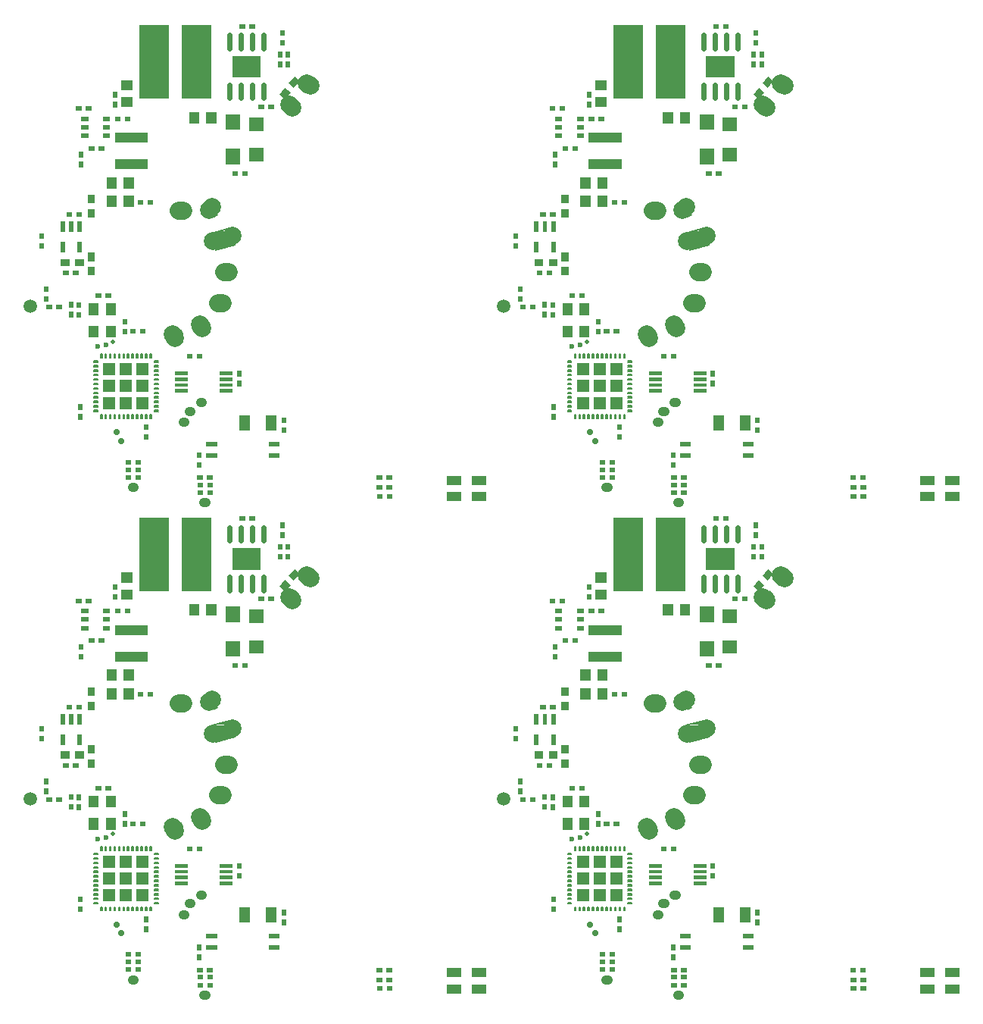
<source format=gtp>
*
%FSLAX26Y26*%
%MOIN*%
%ADD10R,0.051970X0.051970*%
%ADD11R,0.031500X0.031500*%
%ADD12R,0.129920X0.129920*%
%ADD13R,0.039370X0.039370*%
%ADD14C,0.001000*%
%ADD15C,0.002000*%
%ADD16C,0.008000*%
%ADD17C,0.016000*%
%ADD18C,0.004000*%
%ADD19C,0.078740*%
%ADD20R,0.020000X0.020000*%
%ADD21R,0.019290X0.019290*%
%ADD22R,0.005100X0.005100*%
%ADD23C,0.005530*%
%ADD24C,0.019680*%
%ADD25C,0.023620*%
%ADD26R,0.047540X0.047540*%
%ADD27R,0.015750X0.015750*%
%ADD28R,0.043310X0.043310*%
%ADD29R,0.044880X0.044880*%
%ADD30R,0.019680X0.019680*%
%ADD31C,0.027560*%
%ADD32C,0.039370*%
%ADD33C,0.059060*%
%ADD34C,0.022600*%
%ADD35R,0.094490X0.094490*%
%ADD36R,0.059840X0.059840*%
%ADD37R,0.062990X0.062990*%
%IPPOS*%
%LN4810009-2820242.gtp*%
%LPD*%
G75*
G36*
X1027550Y550700D02*
X1023620Y546760D01*
X983950D01*
X980010Y550700D01*
Y609790D01*
X983950Y613730D01*
X1023620D01*
X1027550Y609790D01*
Y595570D01*
X1023620Y591630D01*
X1015320D01*
X1011390Y587690D01*
Y572800D01*
X1015320Y568860D01*
X1023620D01*
X1027550Y564920D01*
Y550700D01*
G37*
G36*
X1096450D02*
Y564920D01*
X1100390Y568860D01*
X1108680D01*
X1112610Y572800D01*
Y587690D01*
X1108680Y591630D01*
X1100390D01*
X1096450Y595570D01*
Y609790D01*
X1100390Y613730D01*
X1140050D01*
X1143990Y609790D01*
Y550700D01*
X1140050Y546760D01*
X1100390D01*
X1096450Y550700D01*
G37*
G54D10*
X406580Y814300D03*
X480200D03*
X553820D03*
Y740680D03*
X480200D03*
X406580D03*
Y667060D03*
X480200D03*
X553820D03*
G54D11*
X327640Y1306150D02*
Y1312450D01*
Y1243160D02*
Y1249460D01*
X327740Y1496980D02*
Y1503280D01*
Y1559970D02*
Y1566270D01*
G36*
X1220870Y2051710D02*
X1196740Y2071960D01*
X1221030Y2100910D01*
X1245160Y2080660D01*
X1220870Y2051710D01*
G37*
G36*
X1180380Y2003450D02*
X1156250Y2023700D01*
X1180540Y2052650D01*
X1204670Y2032400D01*
X1180380Y2003450D01*
G37*
G54D12*
X790950Y2069850D02*
Y2262770D01*
X605910Y2069850D02*
Y2262770D01*
G54D13*
X2021520Y326330D02*
X2045140D01*
X1911280D02*
X1934900D01*
X1911280Y255470D02*
X1934900D01*
X2021520D02*
X2045140D01*
G54D14*
X853450Y1415410D02*
X938809Y1438281D01*
X958930Y1363190D01*
X873571Y1340319D01*
X853450Y1415410D01*
G54D15*
X856642Y1415763D02*
X944341D01*
X868039Y1362837D02*
X955738D01*
G54D16*
X883222Y1419763D02*
X940148D01*
X911456Y1427329D02*
X938121D01*
G54D15*
X854063Y1415056D02*
X938456Y1437669D01*
X944395Y1415505D01*
G54D16*
X857737Y1412935D02*
X936335Y1433995D01*
X941497Y1414728D01*
G54D17*
X873158Y1370837D02*
X949116D01*
X869860Y1383145D02*
X945818D01*
X866562Y1395455D02*
X942520D01*
X863264Y1407763D02*
X939222D01*
G54D15*
X867985Y1363095D02*
X854063Y1415056D01*
X944395Y1415505D02*
X958317Y1363544D01*
G54D17*
X874747Y1364907D02*
X862636Y1410107D01*
X937633Y1413693D02*
X949744Y1368493D01*
G54D16*
X874259Y1351271D02*
X900925D01*
X872232Y1358837D02*
X929159D01*
G54D15*
X873924Y1340931D02*
X867985Y1363095D01*
X958317Y1363544D02*
X873924Y1340931D01*
G54D16*
X876046Y1344605D02*
X870883Y1363872D01*
X954643Y1365665D02*
X876046Y1344605D01*
G54D18*
X937749Y1436444D02*
X942754Y1417763D01*
X868030D02*
X937749Y1436444D01*
X874631Y1342156D02*
X869626Y1360837D01*
X944350D02*
X874631Y1342156D01*
G54D19*
X863030Y1377730D03*
X949350Y1400870D03*
X713365Y1512380D02*
X733055D01*
G54D20*
X1594390Y255910D02*
X1599190D01*
X1637700D02*
X1642500D01*
X1594160Y295510D02*
X1598960D01*
X1637470D02*
X1642270D01*
X1594000Y338900D02*
X1598800D01*
X1637310D02*
X1642110D01*
X256920Y1238360D02*
X261720D01*
X213610D02*
X218410D01*
X507970Y981250D02*
X512770D01*
X551280D02*
X556080D01*
X489220Y340090D02*
X494020D01*
X532530D02*
X537330D01*
X489220Y373550D02*
X494020D01*
X532530D02*
X537330D01*
X532530Y407020D02*
X537330D01*
X489220D02*
X494020D01*
X804270Y339130D02*
X809070D01*
X847580D02*
X852380D01*
X848470Y306620D02*
X853270D01*
X805160D02*
X809960D01*
X805160Y271310D02*
X809960D01*
X848470D02*
X853270D01*
X758900Y871580D02*
X763700D01*
X802210D02*
X807010D01*
X400640Y1138160D02*
X405440D01*
X357330D02*
X362130D01*
X227800Y1494640D02*
X232600D01*
X271110D02*
X275910D01*
X1001860Y1677100D02*
X1006660D01*
X958550D02*
X963350D01*
X585670Y1549930D02*
X590470D01*
X542370D02*
X547170D01*
X270150Y1962130D02*
X274950D01*
X313460D02*
X318260D01*
X370620Y1785950D02*
X375420D01*
X327310D02*
X332110D01*
X484300Y1916310D02*
X489100D01*
X440990D02*
X445790D01*
X990200Y2323350D02*
X995000D01*
X1033510D02*
X1038310D01*
X1117170Y1970010D02*
X1121970D01*
X1073860D02*
X1078660D01*
X183800Y1088120D02*
X188600D01*
X140490D02*
X145290D01*
G54D14*
X772798Y991144D02*
X840122Y1030014D01*
X849462Y1013836D01*
X782138Y974966D01*
X772798Y991144D01*
G54D15*
X774084Y991327D02*
X809506D01*
X812754Y1013653D02*
X848176D01*
G54D16*
X781654Y982805D02*
X788715D01*
X779043Y987327D02*
X796546D01*
G54D15*
X782321Y975649D02*
X773481Y990961D01*
X810975Y992193D02*
X782321Y975649D01*
G54D16*
X783419Y979747D02*
X777579Y989863D01*
X809475Y994791D02*
X783419Y979747D01*
X787043Y995327D02*
X810403D01*
X799450Y1002490D02*
X822810D01*
X811857Y1009653D02*
X835217D01*
G54D15*
X773481Y990961D02*
X811285Y1012787D01*
X848779Y1014019D02*
X810975Y992193D01*
G54D16*
X777579Y989863D02*
X812785Y1010189D01*
X844681Y1015117D02*
X809475Y994791D01*
X825714Y1017653D02*
X843217D01*
X833545Y1022175D02*
X840606D01*
G54D15*
X811285Y1012787D02*
X839939Y1029331D01*
X848779Y1014019D01*
G54D16*
X812785Y1010189D02*
X838841Y1025232D01*
X844681Y1015117D01*
G54D18*
X782687Y977015D02*
X775579Y989327D01*
X804010D02*
X782687Y977015D01*
X839573Y1027964D02*
X846681Y1015653D01*
X818250D02*
X839573Y1027964D01*
G54D19*
X806210Y1011010D03*
X816050Y993970D03*
G54D14*
X654078Y948824D02*
X721402Y987694D01*
X730742Y971516D01*
X663418Y932646D01*
X654078Y948824D01*
G54D15*
X655364Y949007D02*
X690786D01*
X694034Y971333D02*
X729456D01*
G54D16*
X662934Y940485D02*
X669995D01*
X660323Y945007D02*
X677826D01*
G54D15*
X663601Y933329D02*
X654761Y948641D01*
X692255Y949873D02*
X663601Y933329D01*
G54D16*
X664699Y937427D02*
X658859Y947543D01*
X690755Y952471D02*
X664699Y937427D01*
X668323Y953007D02*
X691683D01*
X680730Y960170D02*
X704090D01*
X693137Y967333D02*
X716497D01*
G54D15*
X654761Y948641D02*
X692565Y970467D01*
X730059Y971699D02*
X692255Y949873D01*
G54D16*
X658859Y947543D02*
X694065Y967869D01*
X725961Y972797D02*
X690755Y952471D01*
X706994Y975333D02*
X724497D01*
X714825Y979855D02*
X721887D01*
G54D15*
X692565Y970467D02*
X721219Y987011D01*
X730059Y971699D01*
G54D16*
X694065Y967869D02*
X720121Y982913D01*
X725961Y972797D01*
G54D18*
X663967Y934695D02*
X656859Y947007D01*
X685290D02*
X663967Y934695D01*
X720853Y985644D02*
X727961Y973333D01*
X699530D02*
X720853Y985644D01*
G54D19*
X687490Y968690D03*
X697330Y951650D03*
G54D21*
X276510Y1428480D02*
Y1454740D01*
X239110Y1428480D02*
Y1454740D01*
X201710Y1428480D02*
Y1454740D01*
Y1337285D02*
Y1364255D01*
X276510Y1337285D02*
Y1364255D01*
G54D11*
X209910Y1283990D02*
X216210D01*
X272900D02*
X279200D01*
G54D22*
X529410Y599135D02*
Y615685D01*
G54D23*
X526860Y599350D02*
Y615470D01*
X531960Y599350D02*
Y615470D01*
G54D22*
X450670Y865675D02*
Y882225D01*
G54D23*
X448120Y865890D02*
Y882010D01*
X453220Y865890D02*
Y882010D01*
G54D22*
X568780Y865675D02*
Y882225D01*
G54D23*
X566230Y865890D02*
Y882010D01*
X571330Y865890D02*
Y882010D01*
G54D22*
X450670Y599135D02*
Y615685D01*
G54D23*
X448120Y599350D02*
Y615470D01*
X453220Y599350D02*
Y615470D01*
G54D22*
X588470Y599135D02*
Y615685D01*
G54D23*
X585920Y599350D02*
Y615470D01*
X591020Y599350D02*
Y615470D01*
G54D22*
X411300Y599135D02*
Y615685D01*
G54D23*
X408750Y599350D02*
Y615470D01*
X413850Y599350D02*
Y615470D01*
G54D22*
X470360Y599135D02*
Y615685D01*
G54D23*
X467810Y599350D02*
Y615470D01*
X472910Y599350D02*
Y615470D01*
G54D22*
X470360Y865675D02*
Y882225D01*
G54D23*
X467810Y865890D02*
Y882010D01*
X472910Y865890D02*
Y882010D01*
G54D22*
X430990Y865675D02*
Y882225D01*
G54D23*
X428440Y865890D02*
Y882010D01*
X433540Y865890D02*
Y882010D01*
G54D22*
X391620Y865675D02*
Y882225D01*
G54D23*
X389070Y865890D02*
Y882010D01*
X394170Y865890D02*
Y882010D01*
G54D22*
X490040Y599135D02*
Y615685D01*
G54D23*
X487490Y599350D02*
Y615470D01*
X492590Y599350D02*
Y615470D01*
G54D22*
X549100Y599135D02*
Y615685D01*
G54D23*
X546550Y599350D02*
Y615470D01*
X551650Y599350D02*
Y615470D01*
G54D22*
X430990Y599135D02*
Y615685D01*
G54D23*
X428440Y599350D02*
Y615470D01*
X433540Y599350D02*
Y615470D01*
G54D22*
X371930Y865675D02*
Y882225D01*
G54D23*
X369380Y865890D02*
Y882010D01*
X374480Y865890D02*
Y882010D01*
G54D22*
X371930Y599135D02*
Y615685D01*
G54D23*
X369380Y599350D02*
Y615470D01*
X374480Y599350D02*
Y615470D01*
G54D22*
X490040Y865675D02*
Y882225D01*
G54D23*
X487490Y865890D02*
Y882010D01*
X492590Y865890D02*
Y882010D01*
G54D22*
X549100Y865675D02*
Y882225D01*
G54D23*
X546550Y865890D02*
Y882010D01*
X551650Y865890D02*
Y882010D01*
G54D22*
X568780Y599135D02*
Y615685D01*
G54D23*
X566230Y599350D02*
Y615470D01*
X571330Y599350D02*
Y615470D01*
G54D22*
X588470Y865675D02*
Y882225D01*
G54D23*
X585920Y865890D02*
Y882010D01*
X591020Y865890D02*
Y882010D01*
G54D22*
X529410Y865675D02*
Y882225D01*
G54D23*
X526860Y865890D02*
Y882010D01*
X531960Y865890D02*
Y882010D01*
G54D22*
X391620Y599135D02*
Y615685D01*
G54D23*
X389070Y599350D02*
Y615470D01*
X394170Y599350D02*
Y615470D01*
G54D22*
X411300Y865675D02*
Y882225D01*
G54D23*
X408750Y865890D02*
Y882010D01*
X413850Y865890D02*
Y882010D01*
G54D22*
X605195Y829260D02*
X621745D01*
G54D23*
X605410Y831810D02*
X621530D01*
X605410Y826710D02*
X621530D01*
G54D22*
X605195Y770210D02*
X621745D01*
G54D23*
X605410Y772760D02*
X621530D01*
X605410Y767660D02*
X621530D01*
G54D22*
X605195Y632410D02*
X621745D01*
G54D23*
X605410Y634960D02*
X621530D01*
X605410Y629860D02*
X621530D01*
G54D22*
X605195Y789890D02*
X621745D01*
G54D23*
X605410Y792440D02*
X621530D01*
X605410Y787340D02*
X621530D01*
G54D22*
X605195Y809580D02*
X621745D01*
G54D23*
X605410Y812130D02*
X621530D01*
X605410Y807030D02*
X621530D01*
G54D22*
X338655Y770210D02*
X355205D01*
G54D23*
X338870Y772760D02*
X354990D01*
X338870Y767660D02*
X354990D01*
G54D22*
X338655Y632410D02*
X355205D01*
G54D23*
X338870Y634960D02*
X354990D01*
X338870Y629860D02*
X354990D01*
G54D22*
X338655Y789890D02*
X355205D01*
G54D23*
X338870Y792440D02*
X354990D01*
X338870Y787340D02*
X354990D01*
G54D22*
X605195Y691470D02*
X621745D01*
G54D23*
X605410Y694020D02*
X621530D01*
X605410Y688920D02*
X621530D01*
G54D22*
X338655Y809580D02*
X355205D01*
G54D23*
X338870Y812130D02*
X354990D01*
X338870Y807030D02*
X354990D01*
G54D22*
X605195Y671780D02*
X621745D01*
G54D23*
X605410Y674330D02*
X621530D01*
X605410Y669230D02*
X621530D01*
G54D22*
X338655Y730840D02*
X355205D01*
G54D23*
X338870Y733390D02*
X354990D01*
X338870Y728290D02*
X354990D01*
G54D22*
X338655Y711150D02*
X355205D01*
G54D23*
X338870Y713700D02*
X354990D01*
X338870Y708600D02*
X354990D01*
G54D22*
X338655Y691470D02*
X355205D01*
G54D23*
X338870Y694020D02*
X354990D01*
X338870Y688920D02*
X354990D01*
G54D22*
X338655Y671780D02*
X355205D01*
G54D23*
X338870Y674330D02*
X354990D01*
X338870Y669230D02*
X354990D01*
G54D22*
X605195Y711150D02*
X621745D01*
G54D23*
X605410Y713700D02*
X621530D01*
X605410Y708600D02*
X621530D01*
G54D22*
X605195Y730840D02*
X621745D01*
G54D23*
X605410Y733390D02*
X621530D01*
X605410Y728290D02*
X621530D01*
G54D22*
X338655Y829260D02*
X355205D01*
G54D23*
X338870Y831810D02*
X354990D01*
X338870Y826710D02*
X354990D01*
G54D22*
X605195Y652100D02*
X621745D01*
G54D23*
X605410Y654650D02*
X621530D01*
X605410Y649550D02*
X621530D01*
G54D22*
X605195Y750520D02*
X621745D01*
G54D23*
X605410Y753070D02*
X621530D01*
X605410Y747970D02*
X621530D01*
G54D22*
X338655Y848950D02*
X355205D01*
G54D23*
X338870Y851500D02*
X354990D01*
X338870Y846400D02*
X354990D01*
G54D22*
X338655Y750520D02*
X355205D01*
G54D23*
X338870Y753070D02*
X354990D01*
X338870Y747970D02*
X354990D01*
G54D22*
X605195Y848950D02*
X621745D01*
G54D23*
X605410Y851500D02*
X621530D01*
X605410Y846400D02*
X621530D01*
G54D22*
X338655Y652100D02*
X355205D01*
G54D23*
X338870Y654650D02*
X354990D01*
X338870Y649550D02*
X354990D01*
G54D22*
X509730Y599135D02*
Y615685D01*
G54D23*
X507180Y599350D02*
Y615470D01*
X512280Y599350D02*
Y615470D01*
G54D22*
X509730Y865675D02*
Y882225D01*
G54D23*
X507180Y865890D02*
Y882010D01*
X512280Y865890D02*
Y882010D01*
G36*
X480407Y740181D02*
X479993D01*
X479701Y740473D01*
Y740887D01*
X479993Y741179D01*
X480407D01*
X480699Y740887D01*
Y740473D01*
X480407Y740181D01*
G37*
G54D24*
X422340Y937120D03*
G54D25*
X392210Y920800D03*
X356780Y915880D03*
G54D20*
X474300Y978760D02*
Y983560D01*
Y1022060D02*
Y1026860D01*
X802640Y435130D02*
Y439930D01*
Y391820D02*
Y396620D01*
X278040Y646740D02*
Y651540D01*
Y603440D02*
Y608240D01*
X568780Y558160D02*
Y562960D01*
Y514850D02*
Y519650D01*
X977840Y793400D02*
Y798200D01*
Y750090D02*
Y754890D01*
X130400Y1165440D02*
Y1170240D01*
Y1122140D02*
Y1126940D01*
X110750Y1397480D02*
Y1402280D01*
Y1354170D02*
Y1358970D01*
X1174690Y588670D02*
Y593470D01*
Y545370D02*
Y550170D01*
X433550Y1976470D02*
Y1981270D01*
Y2019770D02*
Y2024570D01*
X1192410Y2153630D02*
Y2158430D01*
Y2196940D02*
Y2201740D01*
X284250Y1713610D02*
Y1718410D01*
Y1756920D02*
Y1761720D01*
X1167800Y2291430D02*
Y2296230D01*
Y2248120D02*
Y2252920D01*
X1157750Y2196940D02*
Y2201740D01*
Y2153630D02*
Y2158430D01*
X238670Y1096550D02*
Y1101350D01*
Y1053240D02*
Y1058040D01*
X272460Y1052350D02*
Y1057150D01*
Y1095660D02*
Y1100460D01*
G54D26*
X1003780Y570535D02*
Y589965D01*
X1120220Y570535D02*
Y589965D01*
G54D27*
X704020Y796780D02*
X745360D01*
X704020Y771190D02*
X745360D01*
X704020Y745600D02*
X745360D01*
X704020Y720010D02*
X745360D01*
X900870D02*
X942210D01*
X900870Y745600D02*
X942210D01*
X900870Y771190D02*
X942210D01*
X900870Y796780D02*
X942210D01*
G54D28*
X412750Y1075325D02*
Y1083195D01*
Y976905D02*
Y984775D01*
X337940Y1075325D02*
Y1083195D01*
Y976905D02*
Y984775D01*
G54D29*
X417520Y1550130D02*
Y1555250D01*
X492320Y1550130D02*
Y1555250D01*
X417520Y1631990D02*
Y1637110D01*
X492320Y1631990D02*
Y1637110D01*
X780950Y1918750D02*
Y1923870D01*
X855750Y1918750D02*
Y1923870D01*
G54D30*
X292790Y1842060D02*
X304610D01*
X292790Y1879460D02*
X304610D01*
X292790Y1916860D02*
X304610D01*
X389250D02*
X401070D01*
X389250Y1879460D02*
X401070D01*
X389250Y1842060D02*
X401070D01*
G54D31*
X438670Y538020D03*
X460120Y500520D03*
G54D32*
X508395Y294290D02*
X516265D01*
X823315Y227880D02*
X831185D01*
X732765Y581230D02*
X740635D01*
X758735Y629940D02*
X766605D01*
X808705Y667840D02*
X816575D01*
G54D33*
X58550Y1092210D03*
G54D30*
X1119570Y436950D02*
X1147130D01*
X1119570Y486950D02*
X1147130D01*
X843980D02*
X871540D01*
X843980Y436950D02*
X871540D01*
G54D19*
X886145Y1106820D02*
X905835D01*
X912875Y1241980D02*
X932565D01*
G54D14*
X1171111Y1951229D02*
X1226081Y2006200D01*
X1239289Y1992991D01*
X1184319Y1938021D01*
X1171111Y1951229D01*
G54D15*
X1171796D02*
X1196843D01*
X1213557Y1992991D02*
X1238604D01*
G54D18*
X1181842Y1942619D02*
X1186796D01*
X1178537Y1945924D02*
X1190101D01*
X1175232Y1949229D02*
X1193406D01*
G54D15*
X1184319Y1938728D02*
X1171818Y1951229D01*
X1197528Y1951936D02*
X1184319Y1938728D01*
G54D18*
Y1940142D02*
X1173232Y1951229D01*
X1196821Y1952643D02*
X1184319Y1940142D01*
G54D17*
X1189717Y1959229D02*
X1194921D01*
X1202598Y1972110D02*
X1207802D01*
X1215479Y1984991D02*
X1220683D01*
G54D15*
X1171818Y1951229D02*
X1212872Y1992284D01*
X1238582Y1992991D02*
X1197528Y1951936D01*
G54D17*
X1181717Y1951229D02*
X1217822Y1987334D01*
X1228683Y1992991D02*
X1192578Y1956886D01*
G54D18*
X1216994Y1994991D02*
X1235168D01*
X1220299Y1998296D02*
X1231863D01*
X1223604Y2001601D02*
X1228558D01*
G54D15*
X1212872Y1992284D02*
X1226081Y2005492D01*
X1238582Y1992991D01*
G54D18*
X1213579Y1991577D02*
X1226081Y2004078D01*
X1237168Y1992991D01*
G54D19*
X1212160Y1965150D03*
X1198240Y1979070D03*
G54D14*
X1252790Y2043677D02*
X1302760Y2103230D01*
X1317070Y2091223D01*
X1267100Y2031670D01*
X1252790Y2043677D01*
G54D15*
X1253617Y2043616D02*
X1276491D01*
X1293369Y2091284D02*
X1316243D01*
G54D18*
X1264453Y2035849D02*
X1268648D01*
X1261017Y2038732D02*
X1271068D01*
X1257581Y2041616D02*
X1273487D01*
G54D15*
X1267038Y2032375D02*
X1253494Y2043739D01*
X1277010Y2044259D02*
X1267038Y2032375D01*
G54D18*
X1266915Y2033783D02*
X1254903Y2043862D01*
X1276244Y2044901D02*
X1266915Y2033783D01*
G54D17*
X1269242Y2051616D02*
X1274046D01*
X1278099Y2062172D02*
X1282903D01*
X1286957Y2072728D02*
X1291761D01*
X1295814Y2083284D02*
X1300618D01*
G54D15*
X1253494Y2043739D02*
X1292850Y2090641D01*
X1316366Y2091161D02*
X1277010Y2044259D01*
G54D17*
X1263356Y2044602D02*
X1298212Y2086142D01*
X1306504Y2090298D02*
X1271648Y2048758D01*
G54D18*
X1296373Y2093284D02*
X1312279D01*
X1298792Y2096168D02*
X1308843D01*
X1301212Y2099051D02*
X1305407D01*
G54D15*
X1292850Y2090641D02*
X1302822Y2102525D01*
X1316366Y2091161D01*
G54D18*
X1293616Y2089999D02*
X1302945Y2101117D01*
X1314957Y2091038D01*
G54D19*
X1292470Y2061120D03*
X1277390Y2073780D03*
G54D14*
X822894Y1548653D02*
X838196Y1559368D01*
X882786Y1495687D01*
X867484Y1484972D01*
X822894Y1548653D01*
G54D15*
X823914Y1548776D02*
X845021D01*
X860659Y1495564D02*
X881766D01*
G54D17*
X863622Y1503564D02*
X868114D01*
X854937Y1515968D02*
X859429D01*
X846251Y1528372D02*
X850744D01*
X837566Y1540776D02*
X842058D01*
G54D15*
X860276Y1496138D02*
X823591Y1548530D01*
X845404Y1548202D02*
X882089Y1495810D01*
G54D17*
X866011Y1500153D02*
X833340Y1546811D01*
X839670Y1544187D02*
X872340Y1497529D01*
G54D18*
X828541Y1550776D02*
X842381D01*
X833745Y1554420D02*
X839829D01*
G54D15*
X823591Y1548530D02*
X838073Y1558671D01*
X845404Y1548202D01*
G54D18*
X824983Y1548285D02*
X837828Y1557278D01*
X844584Y1547629D01*
X865851Y1489920D02*
X871935D01*
X863299Y1493564D02*
X877139D01*
G54D15*
X867607Y1485669D02*
X860276Y1496138D01*
X882089Y1495810D02*
X867607Y1485669D01*
G54D18*
X867852Y1487062D02*
X861096Y1496711D01*
X880697Y1496055D02*
X867852Y1487062D01*
G54D19*
X860900Y1527810D03*
X844780Y1516530D03*
G54D29*
X483150Y1989690D02*
X488270D01*
X483150Y2064500D02*
X488270D01*
G54D28*
X453230Y1834180D02*
X555590D01*
X453230Y1716070D02*
X555590D01*
G54D34*
X935950Y2008470D02*
Y2066110D01*
X985950Y2008470D02*
Y2066110D01*
X1035950Y2008470D02*
Y2066110D01*
X1085950Y2008470D02*
Y2066110D01*
X935950Y2226500D02*
Y2284140D01*
X985950Y2226500D02*
Y2284140D01*
X1035950Y2226500D02*
Y2284140D01*
X1085950Y2226500D02*
Y2284140D01*
G54D35*
X995205Y2146310D02*
X1026695D01*
G54D36*
X1052055Y1759180D02*
X1055205D01*
X1052055Y1893040D02*
X1055205D01*
G54D37*
X950950Y1747565D02*
Y1753475D01*
Y1899135D02*
Y1905045D01*
G36*
X1027550Y2716060D02*
X1023620Y2712120D01*
X983950D01*
X980010Y2716060D01*
Y2775150D01*
X983950Y2779090D01*
X1023620D01*
X1027550Y2775150D01*
Y2760930D01*
X1023620Y2756990D01*
X1015320D01*
X1011390Y2753050D01*
Y2738160D01*
X1015320Y2734220D01*
X1023620D01*
X1027550Y2730280D01*
Y2716060D01*
G37*
G36*
X1096450D02*
Y2730280D01*
X1100390Y2734220D01*
X1108680D01*
X1112610Y2738160D01*
Y2753050D01*
X1108680Y2756990D01*
X1100390D01*
X1096450Y2760930D01*
Y2775150D01*
X1100390Y2779090D01*
X1140050D01*
X1143990Y2775150D01*
Y2716060D01*
X1140050Y2712120D01*
X1100390D01*
X1096450Y2716060D01*
G37*
G54D10*
X406580Y2979660D03*
X480200D03*
X553820D03*
Y2906040D03*
X480200D03*
X406580D03*
Y2832420D03*
X480200D03*
X553820D03*
G54D11*
X327640Y3471510D02*
Y3477810D01*
Y3408520D02*
Y3414820D01*
X327740Y3662340D02*
Y3668640D01*
Y3725330D02*
Y3731630D01*
G36*
X1220870Y4217070D02*
X1196740Y4237320D01*
X1221030Y4266270D01*
X1245160Y4246020D01*
X1220870Y4217070D01*
G37*
G36*
X1180380Y4168810D02*
X1156250Y4189060D01*
X1180540Y4218010D01*
X1204670Y4197760D01*
X1180380Y4168810D01*
G37*
G54D12*
X790950Y4235210D02*
Y4428130D01*
X605910Y4235210D02*
Y4428130D01*
G54D13*
X2021520Y2491690D02*
X2045140D01*
X1911280D02*
X1934900D01*
X1911280Y2420830D02*
X1934900D01*
X2021520D02*
X2045140D01*
G54D14*
X853450Y3580770D02*
X938809Y3603641D01*
X958930Y3528550D01*
X873571Y3505679D01*
X853450Y3580770D01*
G54D15*
X856642Y3581124D02*
X944341D01*
X868039Y3528197D02*
X955738D01*
G54D16*
X883222Y3585124D02*
X940148D01*
X911456Y3592689D02*
X938121D01*
G54D15*
X854063Y3580416D02*
X938456Y3603029D01*
X944395Y3580865D01*
G54D16*
X857737Y3578295D02*
X936335Y3599355D01*
X941497Y3580088D01*
G54D17*
X873158Y3536197D02*
X949116D01*
X869860Y3548506D02*
X945818D01*
X866562Y3560815D02*
X942520D01*
X863264Y3573124D02*
X939222D01*
G54D15*
X867985Y3528455D02*
X854063Y3580416D01*
X944395Y3580865D02*
X958317Y3528904D01*
G54D17*
X874747Y3530267D02*
X862636Y3575467D01*
X937633Y3579053D02*
X949744Y3533853D01*
G54D16*
X874259Y3516631D02*
X900925D01*
X872232Y3524197D02*
X929159D01*
G54D15*
X873924Y3506291D02*
X867985Y3528455D01*
X958317Y3528904D02*
X873924Y3506291D01*
G54D16*
X876046Y3509965D02*
X870883Y3529232D01*
X954643Y3531025D02*
X876046Y3509965D01*
G54D18*
X937749Y3601804D02*
X942754Y3583124D01*
X868030D02*
X937749Y3601804D01*
X874631Y3507516D02*
X869626Y3526197D01*
X944350D02*
X874631Y3507516D01*
G54D19*
X863030Y3543090D03*
X949350Y3566230D03*
X713365Y3677740D02*
X733055D01*
G54D20*
X1594390Y2421270D02*
X1599190D01*
X1637700D02*
X1642500D01*
X1594160Y2460870D02*
X1598960D01*
X1637470D02*
X1642270D01*
X1594000Y2504260D02*
X1598800D01*
X1637310D02*
X1642110D01*
X256920Y3403720D02*
X261720D01*
X213610D02*
X218410D01*
X507970Y3146610D02*
X512770D01*
X551280D02*
X556080D01*
X489220Y2505450D02*
X494020D01*
X532530D02*
X537330D01*
X489220Y2538910D02*
X494020D01*
X532530D02*
X537330D01*
X532530Y2572380D02*
X537330D01*
X489220D02*
X494020D01*
X804270Y2504490D02*
X809070D01*
X847580D02*
X852380D01*
X848470Y2471980D02*
X853270D01*
X805160D02*
X809960D01*
X805160Y2436670D02*
X809960D01*
X848470D02*
X853270D01*
X758900Y3036940D02*
X763700D01*
X802210D02*
X807010D01*
X400640Y3303520D02*
X405440D01*
X357330D02*
X362130D01*
X227800Y3660000D02*
X232600D01*
X271110D02*
X275910D01*
X1001860Y3842460D02*
X1006660D01*
X958550D02*
X963350D01*
X585670Y3715290D02*
X590470D01*
X542370D02*
X547170D01*
X270150Y4127490D02*
X274950D01*
X313460D02*
X318260D01*
X370620Y3951310D02*
X375420D01*
X327310D02*
X332110D01*
X484300Y4081670D02*
X489100D01*
X440990D02*
X445790D01*
X990200Y4488710D02*
X995000D01*
X1033510D02*
X1038310D01*
X1117170Y4135370D02*
X1121970D01*
X1073860D02*
X1078660D01*
X183800Y3253480D02*
X188600D01*
X140490D02*
X145290D01*
G54D14*
X772798Y3156504D02*
X840122Y3195374D01*
X849462Y3179196D01*
X782138Y3140326D01*
X772798Y3156504D01*
G54D15*
X774084Y3156687D02*
X809506D01*
X812754Y3179013D02*
X848176D01*
G54D16*
X781654Y3148165D02*
X788715D01*
X779043Y3152687D02*
X796546D01*
G54D15*
X782321Y3141009D02*
X773481Y3156321D01*
X810975Y3157553D02*
X782321Y3141009D01*
G54D16*
X783419Y3145107D02*
X777579Y3155223D01*
X809475Y3160151D02*
X783419Y3145107D01*
X787043Y3160687D02*
X810403D01*
X799450Y3167850D02*
X822810D01*
X811857Y3175013D02*
X835217D01*
G54D15*
X773481Y3156321D02*
X811285Y3178147D01*
X848779Y3179379D02*
X810975Y3157553D01*
G54D16*
X777579Y3155223D02*
X812785Y3175549D01*
X844681Y3180477D02*
X809475Y3160151D01*
X825714Y3183013D02*
X843217D01*
X833545Y3187535D02*
X840606D01*
G54D15*
X811285Y3178147D02*
X839939Y3194691D01*
X848779Y3179379D01*
G54D16*
X812785Y3175549D02*
X838841Y3190593D01*
X844681Y3180477D01*
G54D18*
X782687Y3142375D02*
X775579Y3154687D01*
X804010D02*
X782687Y3142375D01*
X839573Y3193325D02*
X846681Y3181013D01*
X818250D02*
X839573Y3193325D01*
G54D19*
X806210Y3176370D03*
X816050Y3159330D03*
G54D14*
X654078Y3114184D02*
X721402Y3153054D01*
X730742Y3136876D01*
X663418Y3098006D01*
X654078Y3114184D01*
G54D15*
X655364Y3114367D02*
X690786D01*
X694034Y3136693D02*
X729456D01*
G54D16*
X662934Y3105845D02*
X669995D01*
X660323Y3110367D02*
X677826D01*
G54D15*
X663601Y3098689D02*
X654761Y3114001D01*
X692255Y3115233D02*
X663601Y3098689D01*
G54D16*
X664699Y3102788D02*
X658859Y3112903D01*
X690755Y3117831D02*
X664699Y3102788D01*
X668323Y3118367D02*
X691683D01*
X680730Y3125530D02*
X704090D01*
X693137Y3132693D02*
X716497D01*
G54D15*
X654761Y3114001D02*
X692565Y3135827D01*
X730059Y3137059D02*
X692255Y3115233D01*
G54D16*
X658859Y3112903D02*
X694065Y3133229D01*
X725961Y3138157D02*
X690755Y3117831D01*
X706994Y3140693D02*
X724497D01*
X714825Y3145215D02*
X721887D01*
G54D15*
X692565Y3135827D02*
X721219Y3152371D01*
X730059Y3137059D01*
G54D16*
X694065Y3133229D02*
X720121Y3148273D01*
X725961Y3138157D01*
G54D18*
X663967Y3100056D02*
X656859Y3112367D01*
X685290D02*
X663967Y3100056D01*
X720853Y3151005D02*
X727961Y3138693D01*
X699530D02*
X720853Y3151005D01*
G54D19*
X687490Y3134050D03*
X697330Y3117010D03*
G54D21*
X276510Y3593840D02*
Y3620100D01*
X239110Y3593840D02*
Y3620100D01*
X201710Y3593840D02*
Y3620100D01*
Y3502645D02*
Y3529615D01*
X276510Y3502645D02*
Y3529615D01*
G54D11*
X209910Y3449350D02*
X216210D01*
X272900D02*
X279200D01*
G54D22*
X529410Y2764495D02*
Y2781045D01*
G54D23*
X526860Y2764710D02*
Y2780830D01*
X531960Y2764710D02*
Y2780830D01*
G54D22*
X450670Y3031035D02*
Y3047585D01*
G54D23*
X448120Y3031250D02*
Y3047370D01*
X453220Y3031250D02*
Y3047370D01*
G54D22*
X568780Y3031035D02*
Y3047585D01*
G54D23*
X566230Y3031250D02*
Y3047370D01*
X571330Y3031250D02*
Y3047370D01*
G54D22*
X450670Y2764495D02*
Y2781045D01*
G54D23*
X448120Y2764710D02*
Y2780830D01*
X453220Y2764710D02*
Y2780830D01*
G54D22*
X588470Y2764495D02*
Y2781045D01*
G54D23*
X585920Y2764710D02*
Y2780830D01*
X591020Y2764710D02*
Y2780830D01*
G54D22*
X411300Y2764495D02*
Y2781045D01*
G54D23*
X408750Y2764710D02*
Y2780830D01*
X413850Y2764710D02*
Y2780830D01*
G54D22*
X470360Y2764495D02*
Y2781045D01*
G54D23*
X467810Y2764710D02*
Y2780830D01*
X472910Y2764710D02*
Y2780830D01*
G54D22*
X470360Y3031035D02*
Y3047585D01*
G54D23*
X467810Y3031250D02*
Y3047370D01*
X472910Y3031250D02*
Y3047370D01*
G54D22*
X430990Y3031035D02*
Y3047585D01*
G54D23*
X428440Y3031250D02*
Y3047370D01*
X433540Y3031250D02*
Y3047370D01*
G54D22*
X391620Y3031035D02*
Y3047585D01*
G54D23*
X389070Y3031250D02*
Y3047370D01*
X394170Y3031250D02*
Y3047370D01*
G54D22*
X490040Y2764495D02*
Y2781045D01*
G54D23*
X487490Y2764710D02*
Y2780830D01*
X492590Y2764710D02*
Y2780830D01*
G54D22*
X549100Y2764495D02*
Y2781045D01*
G54D23*
X546550Y2764710D02*
Y2780830D01*
X551650Y2764710D02*
Y2780830D01*
G54D22*
X430990Y2764495D02*
Y2781045D01*
G54D23*
X428440Y2764710D02*
Y2780830D01*
X433540Y2764710D02*
Y2780830D01*
G54D22*
X371930Y3031035D02*
Y3047585D01*
G54D23*
X369380Y3031250D02*
Y3047370D01*
X374480Y3031250D02*
Y3047370D01*
G54D22*
X371930Y2764495D02*
Y2781045D01*
G54D23*
X369380Y2764710D02*
Y2780830D01*
X374480Y2764710D02*
Y2780830D01*
G54D22*
X490040Y3031035D02*
Y3047585D01*
G54D23*
X487490Y3031250D02*
Y3047370D01*
X492590Y3031250D02*
Y3047370D01*
G54D22*
X549100Y3031035D02*
Y3047585D01*
G54D23*
X546550Y3031250D02*
Y3047370D01*
X551650Y3031250D02*
Y3047370D01*
G54D22*
X568780Y2764495D02*
Y2781045D01*
G54D23*
X566230Y2764710D02*
Y2780830D01*
X571330Y2764710D02*
Y2780830D01*
G54D22*
X588470Y3031035D02*
Y3047585D01*
G54D23*
X585920Y3031250D02*
Y3047370D01*
X591020Y3031250D02*
Y3047370D01*
G54D22*
X529410Y3031035D02*
Y3047585D01*
G54D23*
X526860Y3031250D02*
Y3047370D01*
X531960Y3031250D02*
Y3047370D01*
G54D22*
X391620Y2764495D02*
Y2781045D01*
G54D23*
X389070Y2764710D02*
Y2780830D01*
X394170Y2764710D02*
Y2780830D01*
G54D22*
X411300Y3031035D02*
Y3047585D01*
G54D23*
X408750Y3031250D02*
Y3047370D01*
X413850Y3031250D02*
Y3047370D01*
G54D22*
X605195Y2994620D02*
X621745D01*
G54D23*
X605410Y2997170D02*
X621530D01*
X605410Y2992070D02*
X621530D01*
G54D22*
X605195Y2935570D02*
X621745D01*
G54D23*
X605410Y2938120D02*
X621530D01*
X605410Y2933020D02*
X621530D01*
G54D22*
X605195Y2797770D02*
X621745D01*
G54D23*
X605410Y2800320D02*
X621530D01*
X605410Y2795220D02*
X621530D01*
G54D22*
X605195Y2955250D02*
X621745D01*
G54D23*
X605410Y2957800D02*
X621530D01*
X605410Y2952700D02*
X621530D01*
G54D22*
X605195Y2974940D02*
X621745D01*
G54D23*
X605410Y2977490D02*
X621530D01*
X605410Y2972390D02*
X621530D01*
G54D22*
X338655Y2935570D02*
X355205D01*
G54D23*
X338870Y2938120D02*
X354990D01*
X338870Y2933020D02*
X354990D01*
G54D22*
X338655Y2797770D02*
X355205D01*
G54D23*
X338870Y2800320D02*
X354990D01*
X338870Y2795220D02*
X354990D01*
G54D22*
X338655Y2955250D02*
X355205D01*
G54D23*
X338870Y2957800D02*
X354990D01*
X338870Y2952700D02*
X354990D01*
G54D22*
X605195Y2856830D02*
X621745D01*
G54D23*
X605410Y2859380D02*
X621530D01*
X605410Y2854280D02*
X621530D01*
G54D22*
X338655Y2974940D02*
X355205D01*
G54D23*
X338870Y2977490D02*
X354990D01*
X338870Y2972390D02*
X354990D01*
G54D22*
X605195Y2837140D02*
X621745D01*
G54D23*
X605410Y2839690D02*
X621530D01*
X605410Y2834590D02*
X621530D01*
G54D22*
X338655Y2896200D02*
X355205D01*
G54D23*
X338870Y2898750D02*
X354990D01*
X338870Y2893650D02*
X354990D01*
G54D22*
X338655Y2876510D02*
X355205D01*
G54D23*
X338870Y2879060D02*
X354990D01*
X338870Y2873960D02*
X354990D01*
G54D22*
X338655Y2856830D02*
X355205D01*
G54D23*
X338870Y2859380D02*
X354990D01*
X338870Y2854280D02*
X354990D01*
G54D22*
X338655Y2837140D02*
X355205D01*
G54D23*
X338870Y2839690D02*
X354990D01*
X338870Y2834590D02*
X354990D01*
G54D22*
X605195Y2876510D02*
X621745D01*
G54D23*
X605410Y2879060D02*
X621530D01*
X605410Y2873960D02*
X621530D01*
G54D22*
X605195Y2896200D02*
X621745D01*
G54D23*
X605410Y2898750D02*
X621530D01*
X605410Y2893650D02*
X621530D01*
G54D22*
X338655Y2994620D02*
X355205D01*
G54D23*
X338870Y2997170D02*
X354990D01*
X338870Y2992070D02*
X354990D01*
G54D22*
X605195Y2817460D02*
X621745D01*
G54D23*
X605410Y2820010D02*
X621530D01*
X605410Y2814910D02*
X621530D01*
G54D22*
X605195Y2915880D02*
X621745D01*
G54D23*
X605410Y2918430D02*
X621530D01*
X605410Y2913330D02*
X621530D01*
G54D22*
X338655Y3014310D02*
X355205D01*
G54D23*
X338870Y3016860D02*
X354990D01*
X338870Y3011760D02*
X354990D01*
G54D22*
X338655Y2915880D02*
X355205D01*
G54D23*
X338870Y2918430D02*
X354990D01*
X338870Y2913330D02*
X354990D01*
G54D22*
X605195Y3014310D02*
X621745D01*
G54D23*
X605410Y3016860D02*
X621530D01*
X605410Y3011760D02*
X621530D01*
G54D22*
X338655Y2817460D02*
X355205D01*
G54D23*
X338870Y2820010D02*
X354990D01*
X338870Y2814910D02*
X354990D01*
G54D22*
X509730Y2764495D02*
Y2781045D01*
G54D23*
X507180Y2764710D02*
Y2780830D01*
X512280Y2764710D02*
Y2780830D01*
G54D22*
X509730Y3031035D02*
Y3047585D01*
G54D23*
X507180Y3031250D02*
Y3047370D01*
X512280Y3031250D02*
Y3047370D01*
G36*
X480407Y2905541D02*
X479993D01*
X479701Y2905833D01*
Y2906247D01*
X479993Y2906539D01*
X480407D01*
X480699Y2906247D01*
Y2905833D01*
X480407Y2905541D01*
G37*
G54D24*
X422340Y3102480D03*
G54D25*
X392210Y3086160D03*
X356780Y3081240D03*
G54D20*
X474300Y3144120D02*
Y3148920D01*
Y3187420D02*
Y3192220D01*
X802640Y2600490D02*
Y2605290D01*
Y2557180D02*
Y2561980D01*
X278040Y2812100D02*
Y2816900D01*
Y2768800D02*
Y2773600D01*
X568780Y2723520D02*
Y2728320D01*
Y2680210D02*
Y2685010D01*
X977840Y2958760D02*
Y2963560D01*
Y2915450D02*
Y2920250D01*
X130400Y3330800D02*
Y3335600D01*
Y3287500D02*
Y3292300D01*
X110750Y3562840D02*
Y3567640D01*
Y3519530D02*
Y3524330D01*
X1174690Y2754030D02*
Y2758830D01*
Y2710730D02*
Y2715530D01*
X433550Y4141830D02*
Y4146630D01*
Y4185130D02*
Y4189930D01*
X1192410Y4318990D02*
Y4323790D01*
Y4362300D02*
Y4367100D01*
X284250Y3878970D02*
Y3883770D01*
Y3922280D02*
Y3927080D01*
X1167800Y4456790D02*
Y4461590D01*
Y4413480D02*
Y4418280D01*
X1157750Y4362300D02*
Y4367100D01*
Y4318990D02*
Y4323790D01*
X238670Y3261910D02*
Y3266710D01*
Y3218600D02*
Y3223400D01*
X272460Y3217710D02*
Y3222510D01*
Y3261020D02*
Y3265820D01*
G54D26*
X1003780Y2735895D02*
Y2755325D01*
X1120220Y2735895D02*
Y2755325D01*
G54D27*
X704020Y2962140D02*
X745360D01*
X704020Y2936550D02*
X745360D01*
X704020Y2910960D02*
X745360D01*
X704020Y2885370D02*
X745360D01*
X900870D02*
X942210D01*
X900870Y2910960D02*
X942210D01*
X900870Y2936550D02*
X942210D01*
X900870Y2962140D02*
X942210D01*
G54D28*
X412750Y3240685D02*
Y3248555D01*
Y3142265D02*
Y3150135D01*
X337940Y3240685D02*
Y3248555D01*
Y3142265D02*
Y3150135D01*
G54D29*
X417520Y3715490D02*
Y3720610D01*
X492320Y3715490D02*
Y3720610D01*
X417520Y3797350D02*
Y3802470D01*
X492320Y3797350D02*
Y3802470D01*
X780950Y4084110D02*
Y4089230D01*
X855750Y4084110D02*
Y4089230D01*
G54D30*
X292790Y4007420D02*
X304610D01*
X292790Y4044820D02*
X304610D01*
X292790Y4082220D02*
X304610D01*
X389250D02*
X401070D01*
X389250Y4044820D02*
X401070D01*
X389250Y4007420D02*
X401070D01*
G54D31*
X438670Y2703380D03*
X460120Y2665880D03*
G54D32*
X508395Y2459650D02*
X516265D01*
X823315Y2393240D02*
X831185D01*
X732765Y2746590D02*
X740635D01*
X758735Y2795300D02*
X766605D01*
X808705Y2833200D02*
X816575D01*
G54D33*
X58550Y3257570D03*
G54D30*
X1119570Y2602310D02*
X1147130D01*
X1119570Y2652310D02*
X1147130D01*
X843980D02*
X871540D01*
X843980Y2602310D02*
X871540D01*
G54D19*
X886145Y3272180D02*
X905835D01*
X912875Y3407340D02*
X932565D01*
G54D14*
X1171111Y4116589D02*
X1226081Y4171560D01*
X1239289Y4158351D01*
X1184319Y4103381D01*
X1171111Y4116589D01*
G54D15*
X1171796D02*
X1196843D01*
X1213557Y4158351D02*
X1238604D01*
G54D18*
X1181842Y4107979D02*
X1186796D01*
X1178537Y4111284D02*
X1190101D01*
X1175232Y4114589D02*
X1193406D01*
G54D15*
X1184319Y4104088D02*
X1171818Y4116589D01*
X1197528Y4117296D02*
X1184319Y4104088D01*
G54D18*
Y4105502D02*
X1173232Y4116589D01*
X1196821Y4118003D02*
X1184319Y4105502D01*
G54D17*
X1189717Y4124589D02*
X1194921D01*
X1202598Y4137470D02*
X1207802D01*
X1215479Y4150351D02*
X1220683D01*
G54D15*
X1171818Y4116589D02*
X1212872Y4157644D01*
X1238582Y4158351D02*
X1197528Y4117296D01*
G54D17*
X1181717Y4116589D02*
X1217822Y4152694D01*
X1228683Y4158351D02*
X1192578Y4122246D01*
G54D18*
X1216994Y4160351D02*
X1235168D01*
X1220299Y4163656D02*
X1231863D01*
X1223604Y4166961D02*
X1228558D01*
G54D15*
X1212872Y4157644D02*
X1226081Y4170852D01*
X1238582Y4158351D01*
G54D18*
X1213579Y4156937D02*
X1226081Y4169438D01*
X1237168Y4158351D01*
G54D19*
X1212160Y4130510D03*
X1198240Y4144430D03*
G54D14*
X1252790Y4209038D02*
X1302760Y4268590D01*
X1317070Y4256583D01*
X1267100Y4197030D01*
X1252790Y4209038D01*
G54D15*
X1253617Y4208976D02*
X1276491D01*
X1293369Y4256644D02*
X1316243D01*
G54D18*
X1264453Y4201209D02*
X1268648D01*
X1261017Y4204093D02*
X1271068D01*
X1257581Y4206976D02*
X1273487D01*
G54D15*
X1267038Y4197735D02*
X1253494Y4209099D01*
X1277010Y4209619D02*
X1267038Y4197735D01*
G54D18*
X1266915Y4199144D02*
X1254903Y4209222D01*
X1276244Y4210261D02*
X1266915Y4199144D01*
G54D17*
X1269242Y4216976D02*
X1274046D01*
X1278099Y4227532D02*
X1282903D01*
X1286957Y4238088D02*
X1291761D01*
X1295814Y4248644D02*
X1300618D01*
G54D15*
X1253494Y4209099D02*
X1292850Y4256001D01*
X1316366Y4256521D02*
X1277010Y4209619D01*
G54D17*
X1263356Y4209962D02*
X1298212Y4251502D01*
X1306504Y4255658D02*
X1271648Y4214118D01*
G54D18*
X1296373Y4258644D02*
X1312279D01*
X1298792Y4261528D02*
X1308843D01*
X1301212Y4264411D02*
X1305407D01*
G54D15*
X1292850Y4256001D02*
X1302822Y4267885D01*
X1316366Y4256521D01*
G54D18*
X1293616Y4255359D02*
X1302945Y4266477D01*
X1314957Y4256398D01*
G54D19*
X1292470Y4226480D03*
X1277390Y4239140D03*
G54D14*
X822894Y3714013D02*
X838196Y3724728D01*
X882786Y3661047D01*
X867484Y3650332D01*
X822894Y3714013D01*
G54D15*
X823914Y3714136D02*
X845021D01*
X860659Y3660924D02*
X881766D01*
G54D17*
X863622Y3668924D02*
X868114D01*
X854937Y3681328D02*
X859429D01*
X846251Y3693732D02*
X850744D01*
X837566Y3706136D02*
X842058D01*
G54D15*
X860276Y3661498D02*
X823591Y3713890D01*
X845404Y3713562D02*
X882089Y3661170D01*
G54D17*
X866011Y3665513D02*
X833340Y3712171D01*
X839670Y3709547D02*
X872340Y3662889D01*
G54D18*
X828541Y3716136D02*
X842381D01*
X833745Y3719780D02*
X839829D01*
G54D15*
X823591Y3713890D02*
X838073Y3724031D01*
X845404Y3713562D01*
G54D18*
X824983Y3713645D02*
X837828Y3722638D01*
X844584Y3712989D01*
X865851Y3655280D02*
X871935D01*
X863299Y3658924D02*
X877139D01*
G54D15*
X867607Y3651029D02*
X860276Y3661498D01*
X882089Y3661170D02*
X867607Y3651029D01*
G54D18*
X867852Y3652422D02*
X861096Y3662071D01*
X880697Y3661415D02*
X867852Y3652422D01*
G54D19*
X860900Y3693170D03*
X844780Y3681890D03*
G54D29*
X483150Y4155050D02*
X488270D01*
X483150Y4229860D02*
X488270D01*
G54D28*
X453230Y3999540D02*
X555590D01*
X453230Y3881430D02*
X555590D01*
G54D34*
X935950Y4173830D02*
Y4231470D01*
X985950Y4173830D02*
Y4231470D01*
X1035950Y4173830D02*
Y4231470D01*
X1085950Y4173830D02*
Y4231470D01*
X935950Y4391860D02*
Y4449500D01*
X985950Y4391860D02*
Y4449500D01*
X1035950Y4391860D02*
Y4449500D01*
X1085950Y4391860D02*
Y4449500D01*
G54D35*
X995205Y4311670D02*
X1026695D01*
G54D36*
X1052055Y3924540D02*
X1055205D01*
X1052055Y4058400D02*
X1055205D01*
G54D37*
X950950Y3912925D02*
Y3918835D01*
Y4064495D02*
Y4070405D01*
G36*
X3113020Y550700D02*
X3109090Y546760D01*
X3069420D01*
X3065480Y550700D01*
Y609790D01*
X3069420Y613730D01*
X3109090D01*
X3113020Y609790D01*
Y595570D01*
X3109090Y591630D01*
X3100790D01*
X3096860Y587690D01*
Y572800D01*
X3100790Y568860D01*
X3109090D01*
X3113020Y564920D01*
Y550700D01*
G37*
G36*
X3181920D02*
Y564920D01*
X3185860Y568860D01*
X3194150D01*
X3198080Y572800D01*
Y587690D01*
X3194150Y591630D01*
X3185860D01*
X3181920Y595570D01*
Y609790D01*
X3185860Y613730D01*
X3225520D01*
X3229460Y609790D01*
Y550700D01*
X3225520Y546760D01*
X3185860D01*
X3181920Y550700D01*
G37*
G54D10*
X2492050Y814300D03*
X2565670D03*
X2639290D03*
Y740680D03*
X2565670D03*
X2492050D03*
Y667060D03*
X2565670D03*
X2639290D03*
G54D11*
X2413110Y1306150D02*
Y1312450D01*
Y1243160D02*
Y1249460D01*
X2413210Y1496980D02*
Y1503280D01*
Y1559970D02*
Y1566270D01*
G36*
X3306340Y2051710D02*
X3282210Y2071960D01*
X3306500Y2100910D01*
X3330630Y2080660D01*
X3306340Y2051710D01*
G37*
G36*
X3265850Y2003450D02*
X3241720Y2023700D01*
X3266010Y2052650D01*
X3290140Y2032400D01*
X3265850Y2003450D01*
G37*
G54D12*
X2876420Y2069850D02*
Y2262770D01*
X2691380Y2069850D02*
Y2262770D01*
G54D13*
X4106990Y326330D02*
X4130610D01*
X3996750D02*
X4020370D01*
X3996750Y255470D02*
X4020370D01*
X4106990D02*
X4130610D01*
G54D14*
X2938920Y1415410D02*
X3024280Y1438281D01*
X3044400Y1363190D01*
X2959041Y1340319D01*
X2938920Y1415410D01*
G54D15*
X2942112Y1415763D02*
X3029812D01*
X2953509Y1362837D02*
X3041209D01*
G54D16*
X2968692Y1419763D02*
X3025618D01*
X2996926Y1427329D02*
X3023591D01*
G54D15*
X2939533Y1415056D02*
X3023926Y1437669D01*
X3029865Y1415505D01*
G54D16*
X2943207Y1412935D02*
X3021805Y1433995D01*
X3026967Y1414728D01*
G54D17*
X2958628Y1370837D02*
X3034586D01*
X2955330Y1383145D02*
X3031288D01*
X2952032Y1395455D02*
X3027990D01*
X2948734Y1407763D02*
X3024692D01*
G54D15*
X2953456Y1363095D02*
X2939533Y1415056D01*
X3029865Y1415505D02*
X3043788Y1363544D01*
G54D17*
X2960217Y1364907D02*
X2948106Y1410107D01*
X3023103Y1413693D02*
X3035214Y1368493D01*
G54D16*
X2959730Y1351271D02*
X2986395D01*
X2957702Y1358837D02*
X3014629D01*
G54D15*
X2959394Y1340931D02*
X2953456Y1363095D01*
X3043788Y1363544D02*
X2959394Y1340931D01*
G54D16*
X2961516Y1344605D02*
X2956353Y1363872D01*
X3040113Y1365665D02*
X2961516Y1344605D01*
G54D18*
X3023219Y1436444D02*
X3028224Y1417763D01*
X2953500D02*
X3023219Y1436444D01*
X2960101Y1342156D02*
X2955096Y1360837D01*
X3029820D02*
X2960101Y1342156D01*
G54D19*
X2948500Y1377730D03*
X3034820Y1400870D03*
X2798835Y1512380D02*
X2818525D01*
G54D20*
X3679860Y255910D02*
X3684660D01*
X3723170D02*
X3727970D01*
X3679630Y295510D02*
X3684430D01*
X3722940D02*
X3727740D01*
X3679470Y338900D02*
X3684270D01*
X3722780D02*
X3727580D01*
X2342390Y1238360D02*
X2347190D01*
X2299080D02*
X2303880D01*
X2593440Y981250D02*
X2598240D01*
X2636750D02*
X2641550D01*
X2574690Y340090D02*
X2579490D01*
X2618000D02*
X2622800D01*
X2574690Y373550D02*
X2579490D01*
X2618000D02*
X2622800D01*
X2618000Y407020D02*
X2622800D01*
X2574690D02*
X2579490D01*
X2889740Y339130D02*
X2894540D01*
X2933050D02*
X2937850D01*
X2933940Y306620D02*
X2938740D01*
X2890630D02*
X2895430D01*
X2890630Y271310D02*
X2895430D01*
X2933940D02*
X2938740D01*
X2844370Y871580D02*
X2849170D01*
X2887680D02*
X2892480D01*
X2486110Y1138160D02*
X2490910D01*
X2442800D02*
X2447600D01*
X2313270Y1494640D02*
X2318070D01*
X2356580D02*
X2361380D01*
X3087330Y1677100D02*
X3092130D01*
X3044020D02*
X3048820D01*
X2671140Y1549930D02*
X2675940D01*
X2627840D02*
X2632640D01*
X2355620Y1962130D02*
X2360420D01*
X2398930D02*
X2403730D01*
X2456090Y1785950D02*
X2460890D01*
X2412780D02*
X2417580D01*
X2569770Y1916310D02*
X2574570D01*
X2526460D02*
X2531260D01*
X3075670Y2323350D02*
X3080470D01*
X3118980D02*
X3123780D01*
X3202640Y1970010D02*
X3207440D01*
X3159330D02*
X3164130D01*
X2269270Y1088120D02*
X2274070D01*
X2225960D02*
X2230760D01*
G54D14*
X2858268Y991144D02*
X2925592Y1030014D01*
X2934932Y1013836D01*
X2867608Y974966D01*
X2858268Y991144D01*
G54D15*
X2859554Y991327D02*
X2894976D01*
X2898224Y1013653D02*
X2933646D01*
G54D16*
X2867124Y982805D02*
X2874185D01*
X2864513Y987327D02*
X2882016D01*
G54D15*
X2867791Y975649D02*
X2858951Y990961D01*
X2896445Y992193D02*
X2867791Y975649D01*
G54D16*
X2868889Y979747D02*
X2863049Y989863D01*
X2894945Y994791D02*
X2868889Y979747D01*
X2872513Y995327D02*
X2895873D01*
X2884920Y1002490D02*
X2908280D01*
X2897327Y1009653D02*
X2920687D01*
G54D15*
X2858951Y990961D02*
X2896756Y1012787D01*
X2934249Y1014019D02*
X2896445Y992193D01*
G54D16*
X2863049Y989863D02*
X2898256Y1010189D01*
X2930151Y1015117D02*
X2894945Y994791D01*
X2911184Y1017653D02*
X2928687D01*
X2919015Y1022175D02*
X2926077D01*
G54D15*
X2896756Y1012787D02*
X2925409Y1029331D01*
X2934249Y1014019D01*
G54D16*
X2898256Y1010189D02*
X2924311Y1025232D01*
X2930151Y1015117D01*
G54D18*
X2868157Y977015D02*
X2861049Y989327D01*
X2889481D02*
X2868157Y977015D01*
X2925043Y1027964D02*
X2932151Y1015653D01*
X2903720D02*
X2925043Y1027964D01*
G54D19*
X2891680Y1011010D03*
X2901520Y993970D03*
G54D14*
X2739548Y948824D02*
X2806872Y987694D01*
X2816212Y971516D01*
X2748888Y932646D01*
X2739548Y948824D01*
G54D15*
X2740834Y949007D02*
X2776256D01*
X2779504Y971333D02*
X2814926D01*
G54D16*
X2748404Y940485D02*
X2755465D01*
X2745793Y945007D02*
X2763296D01*
G54D15*
X2749071Y933329D02*
X2740231Y948641D01*
X2777725Y949873D02*
X2749071Y933329D01*
G54D16*
X2750169Y937427D02*
X2744329Y947543D01*
X2776225Y952471D02*
X2750169Y937427D01*
X2753793Y953007D02*
X2777153D01*
X2766200Y960170D02*
X2789560D01*
X2778607Y967333D02*
X2801967D01*
G54D15*
X2740231Y948641D02*
X2778036Y970467D01*
X2815529Y971699D02*
X2777725Y949873D01*
G54D16*
X2744329Y947543D02*
X2779536Y967869D01*
X2811431Y972797D02*
X2776225Y952471D01*
X2792464Y975333D02*
X2809967D01*
X2800295Y979855D02*
X2807357D01*
G54D15*
X2778036Y970467D02*
X2806689Y987011D01*
X2815529Y971699D01*
G54D16*
X2779536Y967869D02*
X2805591Y982913D01*
X2811431Y972797D01*
G54D18*
X2749437Y934695D02*
X2742329Y947007D01*
X2770761D02*
X2749437Y934695D01*
X2806323Y985644D02*
X2813431Y973333D01*
X2785000D02*
X2806323Y985644D01*
G54D19*
X2772960Y968690D03*
X2782800Y951650D03*
G54D21*
X2361980Y1428480D02*
Y1454740D01*
X2324580Y1428480D02*
Y1454740D01*
X2287180Y1428480D02*
Y1454740D01*
Y1337285D02*
Y1364255D01*
X2361980Y1337285D02*
Y1364255D01*
G54D11*
X2295380Y1283990D02*
X2301680D01*
X2358370D02*
X2364670D01*
G54D22*
X2614880Y599135D02*
Y615685D01*
G54D23*
X2612330Y599350D02*
Y615470D01*
X2617430Y599350D02*
Y615470D01*
G54D22*
X2536140Y865675D02*
Y882225D01*
G54D23*
X2533590Y865890D02*
Y882010D01*
X2538690Y865890D02*
Y882010D01*
G54D22*
X2654250Y865675D02*
Y882225D01*
G54D23*
X2651700Y865890D02*
Y882010D01*
X2656800Y865890D02*
Y882010D01*
G54D22*
X2536140Y599135D02*
Y615685D01*
G54D23*
X2533590Y599350D02*
Y615470D01*
X2538690Y599350D02*
Y615470D01*
G54D22*
X2673940Y599135D02*
Y615685D01*
G54D23*
X2671390Y599350D02*
Y615470D01*
X2676490Y599350D02*
Y615470D01*
G54D22*
X2496770Y599135D02*
Y615685D01*
G54D23*
X2494220Y599350D02*
Y615470D01*
X2499320Y599350D02*
Y615470D01*
G54D22*
X2555830Y599135D02*
Y615685D01*
G54D23*
X2553280Y599350D02*
Y615470D01*
X2558380Y599350D02*
Y615470D01*
G54D22*
X2555830Y865675D02*
Y882225D01*
G54D23*
X2553280Y865890D02*
Y882010D01*
X2558380Y865890D02*
Y882010D01*
G54D22*
X2516460Y865675D02*
Y882225D01*
G54D23*
X2513910Y865890D02*
Y882010D01*
X2519010Y865890D02*
Y882010D01*
G54D22*
X2477090Y865675D02*
Y882225D01*
G54D23*
X2474540Y865890D02*
Y882010D01*
X2479640Y865890D02*
Y882010D01*
G54D22*
X2575510Y599135D02*
Y615685D01*
G54D23*
X2572960Y599350D02*
Y615470D01*
X2578060Y599350D02*
Y615470D01*
G54D22*
X2634570Y599135D02*
Y615685D01*
G54D23*
X2632020Y599350D02*
Y615470D01*
X2637120Y599350D02*
Y615470D01*
G54D22*
X2516460Y599135D02*
Y615685D01*
G54D23*
X2513910Y599350D02*
Y615470D01*
X2519010Y599350D02*
Y615470D01*
G54D22*
X2457400Y865675D02*
Y882225D01*
G54D23*
X2454850Y865890D02*
Y882010D01*
X2459950Y865890D02*
Y882010D01*
G54D22*
X2457400Y599135D02*
Y615685D01*
G54D23*
X2454850Y599350D02*
Y615470D01*
X2459950Y599350D02*
Y615470D01*
G54D22*
X2575510Y865675D02*
Y882225D01*
G54D23*
X2572960Y865890D02*
Y882010D01*
X2578060Y865890D02*
Y882010D01*
G54D22*
X2634570Y865675D02*
Y882225D01*
G54D23*
X2632020Y865890D02*
Y882010D01*
X2637120Y865890D02*
Y882010D01*
G54D22*
X2654250Y599135D02*
Y615685D01*
G54D23*
X2651700Y599350D02*
Y615470D01*
X2656800Y599350D02*
Y615470D01*
G54D22*
X2673940Y865675D02*
Y882225D01*
G54D23*
X2671390Y865890D02*
Y882010D01*
X2676490Y865890D02*
Y882010D01*
G54D22*
X2614880Y865675D02*
Y882225D01*
G54D23*
X2612330Y865890D02*
Y882010D01*
X2617430Y865890D02*
Y882010D01*
G54D22*
X2477090Y599135D02*
Y615685D01*
G54D23*
X2474540Y599350D02*
Y615470D01*
X2479640Y599350D02*
Y615470D01*
G54D22*
X2496770Y865675D02*
Y882225D01*
G54D23*
X2494220Y865890D02*
Y882010D01*
X2499320Y865890D02*
Y882010D01*
G54D22*
X2690665Y829260D02*
X2707215D01*
G54D23*
X2690880Y831810D02*
X2707000D01*
X2690880Y826710D02*
X2707000D01*
G54D22*
X2690665Y770210D02*
X2707215D01*
G54D23*
X2690880Y772760D02*
X2707000D01*
X2690880Y767660D02*
X2707000D01*
G54D22*
X2690665Y632410D02*
X2707215D01*
G54D23*
X2690880Y634960D02*
X2707000D01*
X2690880Y629860D02*
X2707000D01*
G54D22*
X2690665Y789890D02*
X2707215D01*
G54D23*
X2690880Y792440D02*
X2707000D01*
X2690880Y787340D02*
X2707000D01*
G54D22*
X2690665Y809580D02*
X2707215D01*
G54D23*
X2690880Y812130D02*
X2707000D01*
X2690880Y807030D02*
X2707000D01*
G54D22*
X2424125Y770210D02*
X2440675D01*
G54D23*
X2424340Y772760D02*
X2440460D01*
X2424340Y767660D02*
X2440460D01*
G54D22*
X2424125Y632410D02*
X2440675D01*
G54D23*
X2424340Y634960D02*
X2440460D01*
X2424340Y629860D02*
X2440460D01*
G54D22*
X2424125Y789890D02*
X2440675D01*
G54D23*
X2424340Y792440D02*
X2440460D01*
X2424340Y787340D02*
X2440460D01*
G54D22*
X2690665Y691470D02*
X2707215D01*
G54D23*
X2690880Y694020D02*
X2707000D01*
X2690880Y688920D02*
X2707000D01*
G54D22*
X2424125Y809580D02*
X2440675D01*
G54D23*
X2424340Y812130D02*
X2440460D01*
X2424340Y807030D02*
X2440460D01*
G54D22*
X2690665Y671780D02*
X2707215D01*
G54D23*
X2690880Y674330D02*
X2707000D01*
X2690880Y669230D02*
X2707000D01*
G54D22*
X2424125Y730840D02*
X2440675D01*
G54D23*
X2424340Y733390D02*
X2440460D01*
X2424340Y728290D02*
X2440460D01*
G54D22*
X2424125Y711150D02*
X2440675D01*
G54D23*
X2424340Y713700D02*
X2440460D01*
X2424340Y708600D02*
X2440460D01*
G54D22*
X2424125Y691470D02*
X2440675D01*
G54D23*
X2424340Y694020D02*
X2440460D01*
X2424340Y688920D02*
X2440460D01*
G54D22*
X2424125Y671780D02*
X2440675D01*
G54D23*
X2424340Y674330D02*
X2440460D01*
X2424340Y669230D02*
X2440460D01*
G54D22*
X2690665Y711150D02*
X2707215D01*
G54D23*
X2690880Y713700D02*
X2707000D01*
X2690880Y708600D02*
X2707000D01*
G54D22*
X2690665Y730840D02*
X2707215D01*
G54D23*
X2690880Y733390D02*
X2707000D01*
X2690880Y728290D02*
X2707000D01*
G54D22*
X2424125Y829260D02*
X2440675D01*
G54D23*
X2424340Y831810D02*
X2440460D01*
X2424340Y826710D02*
X2440460D01*
G54D22*
X2690665Y652100D02*
X2707215D01*
G54D23*
X2690880Y654650D02*
X2707000D01*
X2690880Y649550D02*
X2707000D01*
G54D22*
X2690665Y750520D02*
X2707215D01*
G54D23*
X2690880Y753070D02*
X2707000D01*
X2690880Y747970D02*
X2707000D01*
G54D22*
X2424125Y848950D02*
X2440675D01*
G54D23*
X2424340Y851500D02*
X2440460D01*
X2424340Y846400D02*
X2440460D01*
G54D22*
X2424125Y750520D02*
X2440675D01*
G54D23*
X2424340Y753070D02*
X2440460D01*
X2424340Y747970D02*
X2440460D01*
G54D22*
X2690665Y848950D02*
X2707215D01*
G54D23*
X2690880Y851500D02*
X2707000D01*
X2690880Y846400D02*
X2707000D01*
G54D22*
X2424125Y652100D02*
X2440675D01*
G54D23*
X2424340Y654650D02*
X2440460D01*
X2424340Y649550D02*
X2440460D01*
G54D22*
X2595200Y599135D02*
Y615685D01*
G54D23*
X2592650Y599350D02*
Y615470D01*
X2597750Y599350D02*
Y615470D01*
G54D22*
X2595200Y865675D02*
Y882225D01*
G54D23*
X2592650Y865890D02*
Y882010D01*
X2597750Y865890D02*
Y882010D01*
G36*
X2565877Y740181D02*
X2565463D01*
X2565171Y740473D01*
Y740887D01*
X2565463Y741179D01*
X2565877D01*
X2566169Y740887D01*
Y740473D01*
X2565877Y740181D01*
G37*
G54D24*
X2507810Y937120D03*
G54D25*
X2477680Y920800D03*
X2442250Y915880D03*
G54D20*
X2559770Y978760D02*
Y983560D01*
Y1022060D02*
Y1026860D01*
X2888110Y435130D02*
Y439930D01*
Y391820D02*
Y396620D01*
X2363510Y646740D02*
Y651540D01*
Y603440D02*
Y608240D01*
X2654250Y558160D02*
Y562960D01*
Y514850D02*
Y519650D01*
X3063310Y793400D02*
Y798200D01*
Y750090D02*
Y754890D01*
X2215870Y1165440D02*
Y1170240D01*
Y1122140D02*
Y1126940D01*
X2196220Y1397480D02*
Y1402280D01*
Y1354170D02*
Y1358970D01*
X3260160Y588670D02*
Y593470D01*
Y545370D02*
Y550170D01*
X2519020Y1976470D02*
Y1981270D01*
Y2019770D02*
Y2024570D01*
X3277880Y2153630D02*
Y2158430D01*
Y2196940D02*
Y2201740D01*
X2369720Y1713610D02*
Y1718410D01*
Y1756920D02*
Y1761720D01*
X3253270Y2291430D02*
Y2296230D01*
Y2248120D02*
Y2252920D01*
X3243220Y2196940D02*
Y2201740D01*
Y2153630D02*
Y2158430D01*
X2324140Y1096550D02*
Y1101350D01*
Y1053240D02*
Y1058040D01*
X2357930Y1052350D02*
Y1057150D01*
Y1095660D02*
Y1100460D01*
G54D26*
X3089250Y570535D02*
Y589965D01*
X3205690Y570535D02*
Y589965D01*
G54D27*
X2789490Y796780D02*
X2830830D01*
X2789490Y771190D02*
X2830830D01*
X2789490Y745600D02*
X2830830D01*
X2789490Y720010D02*
X2830830D01*
X2986340D02*
X3027680D01*
X2986340Y745600D02*
X3027680D01*
X2986340Y771190D02*
X3027680D01*
X2986340Y796780D02*
X3027680D01*
G54D28*
X2498220Y1075325D02*
Y1083195D01*
Y976905D02*
Y984775D01*
X2423410Y1075325D02*
Y1083195D01*
Y976905D02*
Y984775D01*
G54D29*
X2502990Y1550130D02*
Y1555250D01*
X2577790Y1550130D02*
Y1555250D01*
X2502990Y1631990D02*
Y1637110D01*
X2577790Y1631990D02*
Y1637110D01*
X2866420Y1918750D02*
Y1923870D01*
X2941220Y1918750D02*
Y1923870D01*
G54D30*
X2378260Y1842060D02*
X2390080D01*
X2378260Y1879460D02*
X2390080D01*
X2378260Y1916860D02*
X2390080D01*
X2474720D02*
X2486540D01*
X2474720Y1879460D02*
X2486540D01*
X2474720Y1842060D02*
X2486540D01*
G54D31*
X2524140Y538020D03*
X2545590Y500520D03*
G54D32*
X2593865Y294290D02*
X2601735D01*
X2908785Y227880D02*
X2916655D01*
X2818235Y581230D02*
X2826105D01*
X2844205Y629940D02*
X2852075D01*
X2894175Y667840D02*
X2902045D01*
G54D33*
X2144020Y1092210D03*
G54D30*
X3205040Y436950D02*
X3232600D01*
X3205040Y486950D02*
X3232600D01*
X2929450D02*
X2957010D01*
X2929450Y436950D02*
X2957010D01*
G54D19*
X2971615Y1106820D02*
X2991305D01*
X2998345Y1241980D02*
X3018035D01*
G54D14*
X3256581Y1951229D02*
X3311551Y2006200D01*
X3324760Y1992991D01*
X3269789Y1938021D01*
X3256581Y1951229D01*
G54D15*
X3257266D02*
X3282313D01*
X3299027Y1992991D02*
X3324075D01*
G54D18*
X3267312Y1942619D02*
X3272266D01*
X3264007Y1945924D02*
X3275571D01*
X3260702Y1949229D02*
X3278877D01*
G54D15*
X3269789Y1938728D02*
X3257288Y1951229D01*
X3282998Y1951936D02*
X3269789Y1938728D01*
G54D18*
Y1940142D02*
X3258702Y1951229D01*
X3282291Y1952643D02*
X3269789Y1940142D01*
G54D17*
X3275187Y1959229D02*
X3280391D01*
X3288068Y1972110D02*
X3293272D01*
X3300949Y1984991D02*
X3306153D01*
G54D15*
X3257288Y1951229D02*
X3298342Y1992284D01*
X3324052Y1992991D02*
X3282998Y1951936D01*
G54D17*
X3267187Y1951229D02*
X3303292Y1987334D01*
X3314153Y1992991D02*
X3278048Y1956886D01*
G54D18*
X3302464Y1994991D02*
X3320638D01*
X3305769Y1998296D02*
X3317333D01*
X3309074Y2001601D02*
X3314028D01*
G54D15*
X3298342Y1992284D02*
X3311551Y2005492D01*
X3324052Y1992991D01*
G54D18*
X3299049Y1991577D02*
X3311551Y2004078D01*
X3322638Y1992991D01*
G54D19*
X3297630Y1965150D03*
X3283710Y1979070D03*
G54D14*
X3338260Y2043677D02*
X3388230Y2103230D01*
X3402540Y2091223D01*
X3352570Y2031670D01*
X3338260Y2043677D01*
G54D15*
X3339087Y2043616D02*
X3361961D01*
X3378839Y2091284D02*
X3401713D01*
G54D18*
X3349923Y2035849D02*
X3354118D01*
X3346487Y2038732D02*
X3356538D01*
X3343051Y2041616D02*
X3358957D01*
G54D15*
X3352508Y2032375D02*
X3338965Y2043739D01*
X3362480Y2044259D02*
X3352508Y2032375D01*
G54D18*
X3352385Y2033783D02*
X3340373Y2043862D01*
X3361714Y2044901D02*
X3352385Y2033783D01*
G54D17*
X3354712Y2051616D02*
X3359516D01*
X3363569Y2062172D02*
X3368373D01*
X3372427Y2072728D02*
X3377231D01*
X3381285Y2083284D02*
X3386088D01*
G54D15*
X3338965Y2043739D02*
X3378320Y2090641D01*
X3401836Y2091161D02*
X3362480Y2044259D01*
G54D17*
X3348826Y2044602D02*
X3383682Y2086142D01*
X3391974Y2090298D02*
X3357118Y2048758D01*
G54D18*
X3381843Y2093284D02*
X3397750D01*
X3384263Y2096168D02*
X3394313D01*
X3386682Y2099051D02*
X3390877D01*
G54D15*
X3378320Y2090641D02*
X3388292Y2102525D01*
X3401836Y2091161D01*
G54D18*
X3379086Y2089999D02*
X3388415Y2101117D01*
X3400427Y2091038D01*
G54D19*
X3377940Y2061120D03*
X3362860Y2073780D03*
G54D14*
X2908364Y1548653D02*
X2923666Y1559368D01*
X2968256Y1495687D01*
X2952954Y1484972D01*
X2908364Y1548653D01*
G54D15*
X2909384Y1548776D02*
X2930491D01*
X2946129Y1495564D02*
X2967236D01*
G54D17*
X2949092Y1503564D02*
X2953584D01*
X2940407Y1515968D02*
X2944899D01*
X2931721Y1528372D02*
X2936214D01*
X2923036Y1540776D02*
X2927528D01*
G54D15*
X2945747Y1496138D02*
X2909061Y1548530D01*
X2930874Y1548202D02*
X2967560Y1495810D01*
G54D17*
X2951481Y1500153D02*
X2918810Y1546811D01*
X2925140Y1544187D02*
X2957810Y1497529D01*
G54D18*
X2914011Y1550776D02*
X2927851D01*
X2919215Y1554420D02*
X2925299D01*
G54D15*
X2909061Y1548530D02*
X2923543Y1558671D01*
X2930874Y1548202D01*
G54D18*
X2910453Y1548285D02*
X2923298Y1557278D01*
X2930055Y1547629D01*
X2951321Y1489920D02*
X2957405D01*
X2948769Y1493564D02*
X2962609D01*
G54D15*
X2953077Y1485669D02*
X2945747Y1496138D01*
X2967560Y1495810D02*
X2953077Y1485669D01*
G54D18*
X2953323Y1487062D02*
X2946566Y1496711D01*
X2966167Y1496055D02*
X2953323Y1487062D01*
G54D19*
X2946370Y1527810D03*
X2930250Y1516530D03*
G54D29*
X2568620Y1989690D02*
X2573740D01*
X2568620Y2064500D02*
X2573740D01*
G54D28*
X2538700Y1834180D02*
X2641060D01*
X2538700Y1716070D02*
X2641060D01*
G54D34*
X3021420Y2008470D02*
Y2066110D01*
X3071420Y2008470D02*
Y2066110D01*
X3121420Y2008470D02*
Y2066110D01*
X3171420Y2008470D02*
Y2066110D01*
X3021420Y2226500D02*
Y2284140D01*
X3071420Y2226500D02*
Y2284140D01*
X3121420Y2226500D02*
Y2284140D01*
X3171420Y2226500D02*
Y2284140D01*
G54D35*
X3080675Y2146310D02*
X3112165D01*
G54D36*
X3137525Y1759180D02*
X3140675D01*
X3137525Y1893040D02*
X3140675D01*
G54D37*
X3036420Y1747565D02*
Y1753475D01*
Y1899135D02*
Y1905045D01*
G36*
X3113020Y2716060D02*
X3109090Y2712120D01*
X3069420D01*
X3065480Y2716060D01*
Y2775150D01*
X3069420Y2779090D01*
X3109090D01*
X3113020Y2775150D01*
Y2760930D01*
X3109090Y2756990D01*
X3100790D01*
X3096860Y2753050D01*
Y2738160D01*
X3100790Y2734220D01*
X3109090D01*
X3113020Y2730280D01*
Y2716060D01*
G37*
G36*
X3181920D02*
Y2730280D01*
X3185860Y2734220D01*
X3194150D01*
X3198080Y2738160D01*
Y2753050D01*
X3194150Y2756990D01*
X3185860D01*
X3181920Y2760930D01*
Y2775150D01*
X3185860Y2779090D01*
X3225520D01*
X3229460Y2775150D01*
Y2716060D01*
X3225520Y2712120D01*
X3185860D01*
X3181920Y2716060D01*
G37*
G54D10*
X2492050Y2979660D03*
X2565670D03*
X2639290D03*
Y2906040D03*
X2565670D03*
X2492050D03*
Y2832420D03*
X2565670D03*
X2639290D03*
G54D11*
X2413110Y3471510D02*
Y3477810D01*
Y3408520D02*
Y3414820D01*
X2413210Y3662340D02*
Y3668640D01*
Y3725330D02*
Y3731630D01*
G36*
X3306340Y4217070D02*
X3282210Y4237320D01*
X3306500Y4266270D01*
X3330630Y4246020D01*
X3306340Y4217070D01*
G37*
G36*
X3265850Y4168810D02*
X3241720Y4189060D01*
X3266010Y4218010D01*
X3290140Y4197760D01*
X3265850Y4168810D01*
G37*
G54D12*
X2876420Y4235210D02*
Y4428130D01*
X2691380Y4235210D02*
Y4428130D01*
G54D13*
X4106990Y2491690D02*
X4130610D01*
X3996750D02*
X4020370D01*
X3996750Y2420830D02*
X4020370D01*
X4106990D02*
X4130610D01*
G54D14*
X2938920Y3580770D02*
X3024280Y3603641D01*
X3044400Y3528550D01*
X2959041Y3505679D01*
X2938920Y3580770D01*
G54D15*
X2942112Y3581124D02*
X3029812D01*
X2953509Y3528197D02*
X3041209D01*
G54D16*
X2968692Y3585124D02*
X3025618D01*
X2996926Y3592689D02*
X3023591D01*
G54D15*
X2939533Y3580416D02*
X3023926Y3603029D01*
X3029865Y3580865D01*
G54D16*
X2943207Y3578295D02*
X3021805Y3599355D01*
X3026967Y3580088D01*
G54D17*
X2958628Y3536197D02*
X3034586D01*
X2955330Y3548506D02*
X3031288D01*
X2952032Y3560815D02*
X3027990D01*
X2948734Y3573124D02*
X3024692D01*
G54D15*
X2953456Y3528455D02*
X2939533Y3580416D01*
X3029865Y3580865D02*
X3043788Y3528904D01*
G54D17*
X2960217Y3530267D02*
X2948106Y3575467D01*
X3023103Y3579053D02*
X3035214Y3533853D01*
G54D16*
X2959730Y3516631D02*
X2986395D01*
X2957702Y3524197D02*
X3014629D01*
G54D15*
X2959394Y3506291D02*
X2953456Y3528455D01*
X3043788Y3528904D02*
X2959394Y3506291D01*
G54D16*
X2961516Y3509965D02*
X2956353Y3529232D01*
X3040113Y3531025D02*
X2961516Y3509965D01*
G54D18*
X3023219Y3601804D02*
X3028224Y3583124D01*
X2953500D02*
X3023219Y3601804D01*
X2960101Y3507516D02*
X2955096Y3526197D01*
X3029820D02*
X2960101Y3507516D01*
G54D19*
X2948500Y3543090D03*
X3034820Y3566230D03*
X2798835Y3677740D02*
X2818525D01*
G54D20*
X3679860Y2421270D02*
X3684660D01*
X3723170D02*
X3727970D01*
X3679630Y2460870D02*
X3684430D01*
X3722940D02*
X3727740D01*
X3679470Y2504260D02*
X3684270D01*
X3722780D02*
X3727580D01*
X2342390Y3403720D02*
X2347190D01*
X2299080D02*
X2303880D01*
X2593440Y3146610D02*
X2598240D01*
X2636750D02*
X2641550D01*
X2574690Y2505450D02*
X2579490D01*
X2618000D02*
X2622800D01*
X2574690Y2538910D02*
X2579490D01*
X2618000D02*
X2622800D01*
X2618000Y2572380D02*
X2622800D01*
X2574690D02*
X2579490D01*
X2889740Y2504490D02*
X2894540D01*
X2933050D02*
X2937850D01*
X2933940Y2471980D02*
X2938740D01*
X2890630D02*
X2895430D01*
X2890630Y2436670D02*
X2895430D01*
X2933940D02*
X2938740D01*
X2844370Y3036940D02*
X2849170D01*
X2887680D02*
X2892480D01*
X2486110Y3303520D02*
X2490910D01*
X2442800D02*
X2447600D01*
X2313270Y3660000D02*
X2318070D01*
X2356580D02*
X2361380D01*
X3087330Y3842460D02*
X3092130D01*
X3044020D02*
X3048820D01*
X2671140Y3715290D02*
X2675940D01*
X2627840D02*
X2632640D01*
X2355620Y4127490D02*
X2360420D01*
X2398930D02*
X2403730D01*
X2456090Y3951310D02*
X2460890D01*
X2412780D02*
X2417580D01*
X2569770Y4081670D02*
X2574570D01*
X2526460D02*
X2531260D01*
X3075670Y4488710D02*
X3080470D01*
X3118980D02*
X3123780D01*
X3202640Y4135370D02*
X3207440D01*
X3159330D02*
X3164130D01*
X2269270Y3253480D02*
X2274070D01*
X2225960D02*
X2230760D01*
G54D14*
X2858268Y3156504D02*
X2925592Y3195374D01*
X2934932Y3179196D01*
X2867608Y3140326D01*
X2858268Y3156504D01*
G54D15*
X2859554Y3156687D02*
X2894976D01*
X2898224Y3179013D02*
X2933646D01*
G54D16*
X2867124Y3148165D02*
X2874185D01*
X2864513Y3152687D02*
X2882016D01*
G54D15*
X2867791Y3141009D02*
X2858951Y3156321D01*
X2896445Y3157553D02*
X2867791Y3141009D01*
G54D16*
X2868889Y3145107D02*
X2863049Y3155223D01*
X2894945Y3160151D02*
X2868889Y3145107D01*
X2872513Y3160687D02*
X2895873D01*
X2884920Y3167850D02*
X2908280D01*
X2897327Y3175013D02*
X2920687D01*
G54D15*
X2858951Y3156321D02*
X2896756Y3178147D01*
X2934249Y3179379D02*
X2896445Y3157553D01*
G54D16*
X2863049Y3155223D02*
X2898256Y3175549D01*
X2930151Y3180477D02*
X2894945Y3160151D01*
X2911184Y3183013D02*
X2928687D01*
X2919015Y3187535D02*
X2926077D01*
G54D15*
X2896756Y3178147D02*
X2925409Y3194691D01*
X2934249Y3179379D01*
G54D16*
X2898256Y3175549D02*
X2924311Y3190593D01*
X2930151Y3180477D01*
G54D18*
X2868157Y3142375D02*
X2861049Y3154687D01*
X2889481D02*
X2868157Y3142375D01*
X2925043Y3193325D02*
X2932151Y3181013D01*
X2903720D02*
X2925043Y3193325D01*
G54D19*
X2891680Y3176370D03*
X2901520Y3159330D03*
G54D14*
X2739548Y3114184D02*
X2806872Y3153054D01*
X2816212Y3136876D01*
X2748888Y3098006D01*
X2739548Y3114184D01*
G54D15*
X2740834Y3114367D02*
X2776256D01*
X2779504Y3136693D02*
X2814926D01*
G54D16*
X2748404Y3105845D02*
X2755465D01*
X2745793Y3110367D02*
X2763296D01*
G54D15*
X2749071Y3098689D02*
X2740231Y3114001D01*
X2777725Y3115233D02*
X2749071Y3098689D01*
G54D16*
X2750169Y3102788D02*
X2744329Y3112903D01*
X2776225Y3117831D02*
X2750169Y3102788D01*
X2753793Y3118367D02*
X2777153D01*
X2766200Y3125530D02*
X2789560D01*
X2778607Y3132693D02*
X2801967D01*
G54D15*
X2740231Y3114001D02*
X2778036Y3135827D01*
X2815529Y3137059D02*
X2777725Y3115233D01*
G54D16*
X2744329Y3112903D02*
X2779536Y3133229D01*
X2811431Y3138157D02*
X2776225Y3117831D01*
X2792464Y3140693D02*
X2809967D01*
X2800295Y3145215D02*
X2807357D01*
G54D15*
X2778036Y3135827D02*
X2806689Y3152371D01*
X2815529Y3137059D01*
G54D16*
X2779536Y3133229D02*
X2805591Y3148273D01*
X2811431Y3138157D01*
G54D18*
X2749437Y3100056D02*
X2742329Y3112367D01*
X2770761D02*
X2749437Y3100056D01*
X2806323Y3151005D02*
X2813431Y3138693D01*
X2785000D02*
X2806323Y3151005D01*
G54D19*
X2772960Y3134050D03*
X2782800Y3117010D03*
G54D21*
X2361980Y3593840D02*
Y3620100D01*
X2324580Y3593840D02*
Y3620100D01*
X2287180Y3593840D02*
Y3620100D01*
Y3502645D02*
Y3529615D01*
X2361980Y3502645D02*
Y3529615D01*
G54D11*
X2295380Y3449350D02*
X2301680D01*
X2358370D02*
X2364670D01*
G54D22*
X2614880Y2764495D02*
Y2781045D01*
G54D23*
X2612330Y2764710D02*
Y2780830D01*
X2617430Y2764710D02*
Y2780830D01*
G54D22*
X2536140Y3031035D02*
Y3047585D01*
G54D23*
X2533590Y3031250D02*
Y3047370D01*
X2538690Y3031250D02*
Y3047370D01*
G54D22*
X2654250Y3031035D02*
Y3047585D01*
G54D23*
X2651700Y3031250D02*
Y3047370D01*
X2656800Y3031250D02*
Y3047370D01*
G54D22*
X2536140Y2764495D02*
Y2781045D01*
G54D23*
X2533590Y2764710D02*
Y2780830D01*
X2538690Y2764710D02*
Y2780830D01*
G54D22*
X2673940Y2764495D02*
Y2781045D01*
G54D23*
X2671390Y2764710D02*
Y2780830D01*
X2676490Y2764710D02*
Y2780830D01*
G54D22*
X2496770Y2764495D02*
Y2781045D01*
G54D23*
X2494220Y2764710D02*
Y2780830D01*
X2499320Y2764710D02*
Y2780830D01*
G54D22*
X2555830Y2764495D02*
Y2781045D01*
G54D23*
X2553280Y2764710D02*
Y2780830D01*
X2558380Y2764710D02*
Y2780830D01*
G54D22*
X2555830Y3031035D02*
Y3047585D01*
G54D23*
X2553280Y3031250D02*
Y3047370D01*
X2558380Y3031250D02*
Y3047370D01*
G54D22*
X2516460Y3031035D02*
Y3047585D01*
G54D23*
X2513910Y3031250D02*
Y3047370D01*
X2519010Y3031250D02*
Y3047370D01*
G54D22*
X2477090Y3031035D02*
Y3047585D01*
G54D23*
X2474540Y3031250D02*
Y3047370D01*
X2479640Y3031250D02*
Y3047370D01*
G54D22*
X2575510Y2764495D02*
Y2781045D01*
G54D23*
X2572960Y2764710D02*
Y2780830D01*
X2578060Y2764710D02*
Y2780830D01*
G54D22*
X2634570Y2764495D02*
Y2781045D01*
G54D23*
X2632020Y2764710D02*
Y2780830D01*
X2637120Y2764710D02*
Y2780830D01*
G54D22*
X2516460Y2764495D02*
Y2781045D01*
G54D23*
X2513910Y2764710D02*
Y2780830D01*
X2519010Y2764710D02*
Y2780830D01*
G54D22*
X2457400Y3031035D02*
Y3047585D01*
G54D23*
X2454850Y3031250D02*
Y3047370D01*
X2459950Y3031250D02*
Y3047370D01*
G54D22*
X2457400Y2764495D02*
Y2781045D01*
G54D23*
X2454850Y2764710D02*
Y2780830D01*
X2459950Y2764710D02*
Y2780830D01*
G54D22*
X2575510Y3031035D02*
Y3047585D01*
G54D23*
X2572960Y3031250D02*
Y3047370D01*
X2578060Y3031250D02*
Y3047370D01*
G54D22*
X2634570Y3031035D02*
Y3047585D01*
G54D23*
X2632020Y3031250D02*
Y3047370D01*
X2637120Y3031250D02*
Y3047370D01*
G54D22*
X2654250Y2764495D02*
Y2781045D01*
G54D23*
X2651700Y2764710D02*
Y2780830D01*
X2656800Y2764710D02*
Y2780830D01*
G54D22*
X2673940Y3031035D02*
Y3047585D01*
G54D23*
X2671390Y3031250D02*
Y3047370D01*
X2676490Y3031250D02*
Y3047370D01*
G54D22*
X2614880Y3031035D02*
Y3047585D01*
G54D23*
X2612330Y3031250D02*
Y3047370D01*
X2617430Y3031250D02*
Y3047370D01*
G54D22*
X2477090Y2764495D02*
Y2781045D01*
G54D23*
X2474540Y2764710D02*
Y2780830D01*
X2479640Y2764710D02*
Y2780830D01*
G54D22*
X2496770Y3031035D02*
Y3047585D01*
G54D23*
X2494220Y3031250D02*
Y3047370D01*
X2499320Y3031250D02*
Y3047370D01*
G54D22*
X2690665Y2994620D02*
X2707215D01*
G54D23*
X2690880Y2997170D02*
X2707000D01*
X2690880Y2992070D02*
X2707000D01*
G54D22*
X2690665Y2935570D02*
X2707215D01*
G54D23*
X2690880Y2938120D02*
X2707000D01*
X2690880Y2933020D02*
X2707000D01*
G54D22*
X2690665Y2797770D02*
X2707215D01*
G54D23*
X2690880Y2800320D02*
X2707000D01*
X2690880Y2795220D02*
X2707000D01*
G54D22*
X2690665Y2955250D02*
X2707215D01*
G54D23*
X2690880Y2957800D02*
X2707000D01*
X2690880Y2952700D02*
X2707000D01*
G54D22*
X2690665Y2974940D02*
X2707215D01*
G54D23*
X2690880Y2977490D02*
X2707000D01*
X2690880Y2972390D02*
X2707000D01*
G54D22*
X2424125Y2935570D02*
X2440675D01*
G54D23*
X2424340Y2938120D02*
X2440460D01*
X2424340Y2933020D02*
X2440460D01*
G54D22*
X2424125Y2797770D02*
X2440675D01*
G54D23*
X2424340Y2800320D02*
X2440460D01*
X2424340Y2795220D02*
X2440460D01*
G54D22*
X2424125Y2955250D02*
X2440675D01*
G54D23*
X2424340Y2957800D02*
X2440460D01*
X2424340Y2952700D02*
X2440460D01*
G54D22*
X2690665Y2856830D02*
X2707215D01*
G54D23*
X2690880Y2859380D02*
X2707000D01*
X2690880Y2854280D02*
X2707000D01*
G54D22*
X2424125Y2974940D02*
X2440675D01*
G54D23*
X2424340Y2977490D02*
X2440460D01*
X2424340Y2972390D02*
X2440460D01*
G54D22*
X2690665Y2837140D02*
X2707215D01*
G54D23*
X2690880Y2839690D02*
X2707000D01*
X2690880Y2834590D02*
X2707000D01*
G54D22*
X2424125Y2896200D02*
X2440675D01*
G54D23*
X2424340Y2898750D02*
X2440460D01*
X2424340Y2893650D02*
X2440460D01*
G54D22*
X2424125Y2876510D02*
X2440675D01*
G54D23*
X2424340Y2879060D02*
X2440460D01*
X2424340Y2873960D02*
X2440460D01*
G54D22*
X2424125Y2856830D02*
X2440675D01*
G54D23*
X2424340Y2859380D02*
X2440460D01*
X2424340Y2854280D02*
X2440460D01*
G54D22*
X2424125Y2837140D02*
X2440675D01*
G54D23*
X2424340Y2839690D02*
X2440460D01*
X2424340Y2834590D02*
X2440460D01*
G54D22*
X2690665Y2876510D02*
X2707215D01*
G54D23*
X2690880Y2879060D02*
X2707000D01*
X2690880Y2873960D02*
X2707000D01*
G54D22*
X2690665Y2896200D02*
X2707215D01*
G54D23*
X2690880Y2898750D02*
X2707000D01*
X2690880Y2893650D02*
X2707000D01*
G54D22*
X2424125Y2994620D02*
X2440675D01*
G54D23*
X2424340Y2997170D02*
X2440460D01*
X2424340Y2992070D02*
X2440460D01*
G54D22*
X2690665Y2817460D02*
X2707215D01*
G54D23*
X2690880Y2820010D02*
X2707000D01*
X2690880Y2814910D02*
X2707000D01*
G54D22*
X2690665Y2915880D02*
X2707215D01*
G54D23*
X2690880Y2918430D02*
X2707000D01*
X2690880Y2913330D02*
X2707000D01*
G54D22*
X2424125Y3014310D02*
X2440675D01*
G54D23*
X2424340Y3016860D02*
X2440460D01*
X2424340Y3011760D02*
X2440460D01*
G54D22*
X2424125Y2915880D02*
X2440675D01*
G54D23*
X2424340Y2918430D02*
X2440460D01*
X2424340Y2913330D02*
X2440460D01*
G54D22*
X2690665Y3014310D02*
X2707215D01*
G54D23*
X2690880Y3016860D02*
X2707000D01*
X2690880Y3011760D02*
X2707000D01*
G54D22*
X2424125Y2817460D02*
X2440675D01*
G54D23*
X2424340Y2820010D02*
X2440460D01*
X2424340Y2814910D02*
X2440460D01*
G54D22*
X2595200Y2764495D02*
Y2781045D01*
G54D23*
X2592650Y2764710D02*
Y2780830D01*
X2597750Y2764710D02*
Y2780830D01*
G54D22*
X2595200Y3031035D02*
Y3047585D01*
G54D23*
X2592650Y3031250D02*
Y3047370D01*
X2597750Y3031250D02*
Y3047370D01*
G36*
X2565877Y2905541D02*
X2565463D01*
X2565171Y2905833D01*
Y2906247D01*
X2565463Y2906539D01*
X2565877D01*
X2566169Y2906247D01*
Y2905833D01*
X2565877Y2905541D01*
G37*
G54D24*
X2507810Y3102480D03*
G54D25*
X2477680Y3086160D03*
X2442250Y3081240D03*
G54D20*
X2559770Y3144120D02*
Y3148920D01*
Y3187420D02*
Y3192220D01*
X2888110Y2600490D02*
Y2605290D01*
Y2557180D02*
Y2561980D01*
X2363510Y2812100D02*
Y2816900D01*
Y2768800D02*
Y2773600D01*
X2654250Y2723520D02*
Y2728320D01*
Y2680210D02*
Y2685010D01*
X3063310Y2958760D02*
Y2963560D01*
Y2915450D02*
Y2920250D01*
X2215870Y3330800D02*
Y3335600D01*
Y3287500D02*
Y3292300D01*
X2196220Y3562840D02*
Y3567640D01*
Y3519530D02*
Y3524330D01*
X3260160Y2754030D02*
Y2758830D01*
Y2710730D02*
Y2715530D01*
X2519020Y4141830D02*
Y4146630D01*
Y4185130D02*
Y4189930D01*
X3277880Y4318990D02*
Y4323790D01*
Y4362300D02*
Y4367100D01*
X2369720Y3878970D02*
Y3883770D01*
Y3922280D02*
Y3927080D01*
X3253270Y4456790D02*
Y4461590D01*
Y4413480D02*
Y4418280D01*
X3243220Y4362300D02*
Y4367100D01*
Y4318990D02*
Y4323790D01*
X2324140Y3261910D02*
Y3266710D01*
Y3218600D02*
Y3223400D01*
X2357930Y3217710D02*
Y3222510D01*
Y3261020D02*
Y3265820D01*
G54D26*
X3089250Y2735895D02*
Y2755325D01*
X3205690Y2735895D02*
Y2755325D01*
G54D27*
X2789490Y2962140D02*
X2830830D01*
X2789490Y2936550D02*
X2830830D01*
X2789490Y2910960D02*
X2830830D01*
X2789490Y2885370D02*
X2830830D01*
X2986340D02*
X3027680D01*
X2986340Y2910960D02*
X3027680D01*
X2986340Y2936550D02*
X3027680D01*
X2986340Y2962140D02*
X3027680D01*
G54D28*
X2498220Y3240685D02*
Y3248555D01*
Y3142265D02*
Y3150135D01*
X2423410Y3240685D02*
Y3248555D01*
Y3142265D02*
Y3150135D01*
G54D29*
X2502990Y3715490D02*
Y3720610D01*
X2577790Y3715490D02*
Y3720610D01*
X2502990Y3797350D02*
Y3802470D01*
X2577790Y3797350D02*
Y3802470D01*
X2866420Y4084110D02*
Y4089230D01*
X2941220Y4084110D02*
Y4089230D01*
G54D30*
X2378260Y4007420D02*
X2390080D01*
X2378260Y4044820D02*
X2390080D01*
X2378260Y4082220D02*
X2390080D01*
X2474720D02*
X2486540D01*
X2474720Y4044820D02*
X2486540D01*
X2474720Y4007420D02*
X2486540D01*
G54D31*
X2524140Y2703380D03*
X2545590Y2665880D03*
G54D32*
X2593865Y2459650D02*
X2601735D01*
X2908785Y2393240D02*
X2916655D01*
X2818235Y2746590D02*
X2826105D01*
X2844205Y2795300D02*
X2852075D01*
X2894175Y2833200D02*
X2902045D01*
G54D33*
X2144020Y3257570D03*
G54D30*
X3205040Y2602310D02*
X3232600D01*
X3205040Y2652310D02*
X3232600D01*
X2929450D02*
X2957010D01*
X2929450Y2602310D02*
X2957010D01*
G54D19*
X2971615Y3272180D02*
X2991305D01*
X2998345Y3407340D02*
X3018035D01*
G54D14*
X3256581Y4116589D02*
X3311551Y4171560D01*
X3324760Y4158351D01*
X3269789Y4103381D01*
X3256581Y4116589D01*
G54D15*
X3257266D02*
X3282313D01*
X3299027Y4158351D02*
X3324075D01*
G54D18*
X3267312Y4107979D02*
X3272266D01*
X3264007Y4111284D02*
X3275571D01*
X3260702Y4114589D02*
X3278877D01*
G54D15*
X3269789Y4104088D02*
X3257288Y4116589D01*
X3282998Y4117296D02*
X3269789Y4104088D01*
G54D18*
Y4105502D02*
X3258702Y4116589D01*
X3282291Y4118003D02*
X3269789Y4105502D01*
G54D17*
X3275187Y4124589D02*
X3280391D01*
X3288068Y4137470D02*
X3293272D01*
X3300949Y4150351D02*
X3306153D01*
G54D15*
X3257288Y4116589D02*
X3298342Y4157644D01*
X3324052Y4158351D02*
X3282998Y4117296D01*
G54D17*
X3267187Y4116589D02*
X3303292Y4152694D01*
X3314153Y4158351D02*
X3278048Y4122246D01*
G54D18*
X3302464Y4160351D02*
X3320638D01*
X3305769Y4163656D02*
X3317333D01*
X3309074Y4166961D02*
X3314028D01*
G54D15*
X3298342Y4157644D02*
X3311551Y4170852D01*
X3324052Y4158351D01*
G54D18*
X3299049Y4156937D02*
X3311551Y4169438D01*
X3322638Y4158351D01*
G54D19*
X3297630Y4130510D03*
X3283710Y4144430D03*
G54D14*
X3338260Y4209038D02*
X3388230Y4268590D01*
X3402540Y4256583D01*
X3352570Y4197030D01*
X3338260Y4209038D01*
G54D15*
X3339087Y4208976D02*
X3361961D01*
X3378839Y4256644D02*
X3401713D01*
G54D18*
X3349923Y4201209D02*
X3354118D01*
X3346487Y4204093D02*
X3356538D01*
X3343051Y4206976D02*
X3358957D01*
G54D15*
X3352508Y4197735D02*
X3338965Y4209099D01*
X3362480Y4209619D02*
X3352508Y4197735D01*
G54D18*
X3352385Y4199144D02*
X3340373Y4209222D01*
X3361714Y4210261D02*
X3352385Y4199144D01*
G54D17*
X3354712Y4216976D02*
X3359516D01*
X3363569Y4227532D02*
X3368373D01*
X3372427Y4238088D02*
X3377231D01*
X3381285Y4248644D02*
X3386088D01*
G54D15*
X3338965Y4209099D02*
X3378320Y4256001D01*
X3401836Y4256521D02*
X3362480Y4209619D01*
G54D17*
X3348826Y4209962D02*
X3383682Y4251502D01*
X3391974Y4255658D02*
X3357118Y4214118D01*
G54D18*
X3381843Y4258644D02*
X3397750D01*
X3384263Y4261528D02*
X3394313D01*
X3386682Y4264411D02*
X3390877D01*
G54D15*
X3378320Y4256001D02*
X3388292Y4267885D01*
X3401836Y4256521D01*
G54D18*
X3379086Y4255359D02*
X3388415Y4266477D01*
X3400427Y4256398D01*
G54D19*
X3377940Y4226480D03*
X3362860Y4239140D03*
G54D14*
X2908364Y3714013D02*
X2923666Y3724728D01*
X2968256Y3661047D01*
X2952954Y3650332D01*
X2908364Y3714013D01*
G54D15*
X2909384Y3714136D02*
X2930491D01*
X2946129Y3660924D02*
X2967236D01*
G54D17*
X2949092Y3668924D02*
X2953584D01*
X2940407Y3681328D02*
X2944899D01*
X2931721Y3693732D02*
X2936214D01*
X2923036Y3706136D02*
X2927528D01*
G54D15*
X2945747Y3661498D02*
X2909061Y3713890D01*
X2930874Y3713562D02*
X2967560Y3661170D01*
G54D17*
X2951481Y3665513D02*
X2918810Y3712171D01*
X2925140Y3709547D02*
X2957810Y3662889D01*
G54D18*
X2914011Y3716136D02*
X2927851D01*
X2919215Y3719780D02*
X2925299D01*
G54D15*
X2909061Y3713890D02*
X2923543Y3724031D01*
X2930874Y3713562D01*
G54D18*
X2910453Y3713645D02*
X2923298Y3722638D01*
X2930055Y3712989D01*
X2951321Y3655280D02*
X2957405D01*
X2948769Y3658924D02*
X2962609D01*
G54D15*
X2953077Y3651029D02*
X2945747Y3661498D01*
X2967560Y3661170D02*
X2953077Y3651029D01*
G54D18*
X2953323Y3652422D02*
X2946566Y3662071D01*
X2966167Y3661415D02*
X2953323Y3652422D01*
G54D19*
X2946370Y3693170D03*
X2930250Y3681890D03*
G54D29*
X2568620Y4155050D02*
X2573740D01*
X2568620Y4229860D02*
X2573740D01*
G54D28*
X2538700Y3999540D02*
X2641060D01*
X2538700Y3881430D02*
X2641060D01*
G54D34*
X3021420Y4173830D02*
Y4231470D01*
X3071420Y4173830D02*
Y4231470D01*
X3121420Y4173830D02*
Y4231470D01*
X3171420Y4173830D02*
Y4231470D01*
X3021420Y4391860D02*
Y4449500D01*
X3071420Y4391860D02*
Y4449500D01*
X3121420Y4391860D02*
Y4449500D01*
X3171420Y4391860D02*
Y4449500D01*
G54D35*
X3080675Y4311670D02*
X3112165D01*
G54D36*
X3137525Y3924540D02*
X3140675D01*
X3137525Y4058400D02*
X3140675D01*
G54D37*
X3036420Y3912925D02*
Y3918835D01*
Y4064495D02*
Y4070405D01*
M02*

</source>
